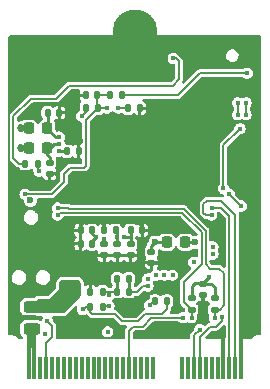
<source format=gbr>
%TF.GenerationSoftware,KiCad,Pcbnew,(7.0.0-rc2-153-g7d6218acb4)*%
%TF.CreationDate,2023-02-19T16:48:29+08:00*%
%TF.ProjectId,RAK3172-M.2-2230-Mod,52414b33-3137-4322-9d4d-2e322d323233,rev?*%
%TF.SameCoordinates,Original*%
%TF.FileFunction,Copper,L4,Bot*%
%TF.FilePolarity,Positive*%
%FSLAX46Y46*%
G04 Gerber Fmt 4.6, Leading zero omitted, Abs format (unit mm)*
G04 Created by KiCad (PCBNEW (7.0.0-rc2-153-g7d6218acb4)) date 2023-02-19 16:48:29*
%MOMM*%
%LPD*%
G01*
G04 APERTURE LIST*
G04 Aperture macros list*
%AMRoundRect*
0 Rectangle with rounded corners*
0 $1 Rounding radius*
0 $2 $3 $4 $5 $6 $7 $8 $9 X,Y pos of 4 corners*
0 Add a 4 corners polygon primitive as box body*
4,1,4,$2,$3,$4,$5,$6,$7,$8,$9,$2,$3,0*
0 Add four circle primitives for the rounded corners*
1,1,$1+$1,$2,$3*
1,1,$1+$1,$4,$5*
1,1,$1+$1,$6,$7*
1,1,$1+$1,$8,$9*
0 Add four rect primitives between the rounded corners*
20,1,$1+$1,$2,$3,$4,$5,0*
20,1,$1+$1,$4,$5,$6,$7,0*
20,1,$1+$1,$6,$7,$8,$9,0*
20,1,$1+$1,$8,$9,$2,$3,0*%
G04 Aperture macros list end*
%TA.AperFunction,SMDPad,CuDef*%
%ADD10RoundRect,0.243750X0.456250X-0.243750X0.456250X0.243750X-0.456250X0.243750X-0.456250X-0.243750X0*%
%TD*%
%TA.AperFunction,SMDPad,CuDef*%
%ADD11R,0.350000X1.950000*%
%TD*%
%TA.AperFunction,ComponentPad*%
%ADD12C,2.600000*%
%TD*%
%TA.AperFunction,ConnectorPad*%
%ADD13C,3.800000*%
%TD*%
%TA.AperFunction,SMDPad,CuDef*%
%ADD14RoundRect,0.140000X0.140000X0.170000X-0.140000X0.170000X-0.140000X-0.170000X0.140000X-0.170000X0*%
%TD*%
%TA.AperFunction,SMDPad,CuDef*%
%ADD15RoundRect,0.140000X-0.140000X-0.170000X0.140000X-0.170000X0.140000X0.170000X-0.140000X0.170000X0*%
%TD*%
%TA.AperFunction,SMDPad,CuDef*%
%ADD16RoundRect,0.135000X-0.185000X0.135000X-0.185000X-0.135000X0.185000X-0.135000X0.185000X0.135000X0*%
%TD*%
%TA.AperFunction,SMDPad,CuDef*%
%ADD17RoundRect,0.135000X0.135000X0.185000X-0.135000X0.185000X-0.135000X-0.185000X0.135000X-0.185000X0*%
%TD*%
%TA.AperFunction,SMDPad,CuDef*%
%ADD18RoundRect,0.140000X-0.170000X0.140000X-0.170000X-0.140000X0.170000X-0.140000X0.170000X0.140000X0*%
%TD*%
%TA.AperFunction,SMDPad,CuDef*%
%ADD19RoundRect,0.218750X0.218750X0.256250X-0.218750X0.256250X-0.218750X-0.256250X0.218750X-0.256250X0*%
%TD*%
%TA.AperFunction,SMDPad,CuDef*%
%ADD20RoundRect,0.135000X-0.135000X-0.185000X0.135000X-0.185000X0.135000X0.185000X-0.135000X0.185000X0*%
%TD*%
%TA.AperFunction,ViaPad*%
%ADD21C,0.450000*%
%TD*%
%TA.AperFunction,ViaPad*%
%ADD22C,0.600000*%
%TD*%
%TA.AperFunction,ViaPad*%
%ADD23C,0.685800*%
%TD*%
%TA.AperFunction,Conductor*%
%ADD24C,0.254000*%
%TD*%
%TA.AperFunction,Conductor*%
%ADD25C,0.349250*%
%TD*%
%TA.AperFunction,Conductor*%
%ADD26C,0.127000*%
%TD*%
%TA.AperFunction,Conductor*%
%ADD27C,0.152400*%
%TD*%
%TA.AperFunction,Conductor*%
%ADD28C,0.141986*%
%TD*%
%TA.AperFunction,Conductor*%
%ADD29C,0.156464*%
%TD*%
G04 APERTURE END LIST*
D10*
%TO.P,F301,1*%
%TO.N,VCC*%
X140200000Y-106112500D03*
%TO.P,F301,2*%
%TO.N,/M.2 E-Key Connector/V_{CC}Fused*%
X140200000Y-104237500D03*
%TD*%
D11*
%TO.P,J301,2,Pin_2*%
%TO.N,GND*%
X157949999Y-109449999D03*
%TO.P,J301,4,Pin_4*%
%TO.N,DFU_FC_TX*%
X157449999Y-109449999D03*
%TO.P,J301,6,Pin_6*%
%TO.N,DFU_FC_RX*%
X156949999Y-109449999D03*
%TO.P,J301,8,Pin_8*%
%TO.N,GND*%
X156449999Y-109449999D03*
%TO.P,J301,10,Pin_10*%
%TO.N,DFU_~{ACTIVE}*%
X155949999Y-109449999D03*
%TO.P,J301,12,Pin_12*%
%TO.N,unconnected-(J301-Pin_12-Pad12)*%
X155449999Y-109449999D03*
%TO.P,J301,14,Pin_14*%
%TO.N,unconnected-(J301-Pin_14-Pad14)*%
X154949999Y-109449999D03*
%TO.P,J301,16,Pin_16*%
%TO.N,RTS*%
X154449999Y-109449999D03*
%TO.P,J301,18,Pin_18*%
%TO.N,CTS*%
X153949999Y-109449999D03*
%TO.P,J301,20,Pin_20*%
%TO.N,unconnected-(J301-Pin_20-Pad20)*%
X153449999Y-109449999D03*
%TO.P,J301,22,Pin_22*%
%TO.N,unconnected-(J301-Pin_22-Pad22)*%
X152949999Y-109449999D03*
%TO.P,J301,32,Pin_32*%
%TO.N,/M.2 E-Key Connector/EEPROM_A2*%
X150449999Y-109449999D03*
%TO.P,J301,34,Pin_34*%
%TO.N,/M.2 E-Key Connector/EEPROM_A1*%
X149949999Y-109449999D03*
%TO.P,J301,36,Pin_36*%
%TO.N,/M.2 E-Key Connector/EEPROM_A0*%
X149449999Y-109449999D03*
%TO.P,J301,38,Pin_38*%
%TO.N,A0*%
X148949999Y-109449999D03*
%TO.P,J301,40,Pin_40*%
%TO.N,/M.2 E-Key Connector/EEPROM_WP*%
X148449999Y-109449999D03*
%TO.P,J301,42,Pin_42*%
%TO.N,unconnected-(J301-Pin_42-Pad42)*%
X147949999Y-109449999D03*
%TO.P,J301,44,Pin_44*%
%TO.N,unconnected-(J301-Pin_44-Pad44)*%
X147449999Y-109449999D03*
%TO.P,J301,46,Pin_46*%
%TO.N,unconnected-(J301-Pin_46-Pad46)*%
X146949999Y-109449999D03*
%TO.P,J301,48,Pin_48*%
%TO.N,unconnected-(J301-Pin_48-Pad48)*%
X146449999Y-109449999D03*
%TO.P,J301,50,Pin_50*%
%TO.N,unconnected-(J301-Pin_50-Pad50)*%
X145949999Y-109449999D03*
%TO.P,J301,52,Pin_52*%
%TO.N,unconnected-(J301-Pin_52-Pad52)*%
X145449999Y-109449999D03*
%TO.P,J301,54,Pin_54*%
%TO.N,unconnected-(J301-Pin_54-Pad54)*%
X144949999Y-109449999D03*
%TO.P,J301,56,Pin_56*%
%TO.N,unconnected-(J301-Pin_56-Pad56)*%
X144449999Y-109449999D03*
%TO.P,J301,58,Pin_58*%
%TO.N,unconnected-(J301-Pin_58-Pad58)*%
X143949999Y-109449999D03*
%TO.P,J301,60,Pin_60*%
%TO.N,unconnected-(J301-Pin_60-Pad60)*%
X143449999Y-109449999D03*
%TO.P,J301,62,Pin_62*%
%TO.N,unconnected-(J301-Pin_62-Pad62)*%
X142949999Y-109449999D03*
%TO.P,J301,64,Pin_64*%
%TO.N,unconnected-(J301-Pin_64-Pad64)*%
X142449999Y-109449999D03*
%TO.P,J301,66,Pin_66*%
%TO.N,DFU_~{BOOT}*%
X141949999Y-109449999D03*
%TO.P,J301,68,Pin_68*%
%TO.N,DFU_~{RST}*%
X141449999Y-109449999D03*
%TO.P,J301,70,Pin_70*%
%TO.N,USB_VIN*%
X140949999Y-109449999D03*
%TO.P,J301,72,Pin_72*%
%TO.N,VCC*%
X140449999Y-109449999D03*
%TO.P,J301,74,Pin_74*%
X139949999Y-109449999D03*
%TD*%
D12*
%TO.P,H301,1,1*%
%TO.N,GND*%
X148950000Y-80975000D03*
D13*
X148950000Y-80975000D03*
%TD*%
D14*
%TO.P,C202,1*%
%TO.N,3.3V*%
X145330000Y-98925000D03*
%TO.P,C202,2*%
%TO.N,GND*%
X144370000Y-98925000D03*
%TD*%
%TO.P,C201,1*%
%TO.N,3.3V*%
X145330000Y-97775000D03*
%TO.P,C201,2*%
%TO.N,GND*%
X144370000Y-97775000D03*
%TD*%
D15*
%TO.P,C206,1*%
%TO.N,/RAK3172/VDDPA*%
X141570000Y-87825000D03*
%TO.P,C206,2*%
%TO.N,GND*%
X142530000Y-87825000D03*
%TD*%
D16*
%TO.P,R302,1*%
%TO.N,3.3V*%
X153750000Y-103465000D03*
%TO.P,R302,2*%
%TO.N,I2C_SCL*%
X153750000Y-104485000D03*
%TD*%
D14*
%TO.P,C401,1*%
%TO.N,3.3V*%
X148430000Y-102975000D03*
%TO.P,C401,2*%
%TO.N,Net-(U401-FB)*%
X147470000Y-102975000D03*
%TD*%
D17*
%TO.P,R403,1*%
%TO.N,+5V*%
X151660000Y-103775000D03*
%TO.P,R403,2*%
%TO.N,PWR_EN*%
X150640000Y-103775000D03*
%TD*%
%TO.P,R202,1*%
%TO.N,DFU_~{RST}*%
X145810000Y-87425000D03*
%TO.P,R202,2*%
%TO.N,3.3V*%
X144790000Y-87425000D03*
%TD*%
D18*
%TO.P,C203,1*%
%TO.N,/RAK3172/VDDRF*%
X141750000Y-92045000D03*
%TO.P,C203,2*%
%TO.N,GND*%
X141750000Y-93005000D03*
%TD*%
D17*
%TO.P,R203,1*%
%TO.N,Net-(SW201-B)*%
X147860000Y-86325000D03*
%TO.P,R203,2*%
%TO.N,DFU_~{RST}*%
X146840000Y-86325000D03*
%TD*%
D18*
%TO.P,C301,1*%
%TO.N,3.3V*%
X154750000Y-102295000D03*
%TO.P,C301,2*%
%TO.N,GND*%
X154750000Y-103255000D03*
%TD*%
D14*
%TO.P,C211,1*%
%TO.N,DFU_~{RST}*%
X145780000Y-86325000D03*
%TO.P,C211,2*%
%TO.N,GND*%
X144820000Y-86325000D03*
%TD*%
D19*
%TO.P,L203,1,1*%
%TO.N,3.3V*%
X153225000Y-98775000D03*
%TO.P,L203,2,2*%
%TO.N,/RAK3172/VDDSMPS*%
X151650000Y-98775000D03*
%TD*%
%TO.P,L202,1,1*%
%TO.N,/RAK3172/VDDPA*%
X141537500Y-89125000D03*
%TO.P,L202,2,2*%
%TO.N,3.3V*%
X139962500Y-89125000D03*
%TD*%
D18*
%TO.P,C204,1*%
%TO.N,3.3V*%
X146350000Y-98945000D03*
%TO.P,C204,2*%
%TO.N,GND*%
X146350000Y-99905000D03*
%TD*%
D16*
%TO.P,R301,1*%
%TO.N,3.3V*%
X155700000Y-103465000D03*
%TO.P,R301,2*%
%TO.N,I2C_SDA*%
X155700000Y-104485000D03*
%TD*%
D19*
%TO.P,L201,1,1*%
%TO.N,/RAK3172/VDDRF*%
X141537500Y-90775000D03*
%TO.P,L201,2,2*%
%TO.N,3.3V*%
X139962500Y-90775000D03*
%TD*%
D20*
%TO.P,R402,1*%
%TO.N,+5V*%
X145190000Y-104225000D03*
%TO.P,R402,2*%
%TO.N,/Power Supply/3.3VPG*%
X146210000Y-104225000D03*
%TD*%
D17*
%TO.P,R401,2*%
%TO.N,Net-(U401-FB)*%
X147440000Y-101875000D03*
%TO.P,R401,1*%
%TO.N,3.3V*%
X148460000Y-101875000D03*
%TD*%
D15*
%TO.P,C205,2*%
%TO.N,GND*%
X144180000Y-91075000D03*
%TO.P,C205,1*%
%TO.N,3.3V*%
X143220000Y-91075000D03*
%TD*%
D18*
%TO.P,C210,1*%
%TO.N,3.3V*%
X148600000Y-98945000D03*
%TO.P,C210,2*%
%TO.N,GND*%
X148600000Y-99905000D03*
%TD*%
D17*
%TO.P,R201,1*%
%TO.N,/RAK3172/PB1*%
X140710000Y-92125000D03*
%TO.P,R201,2*%
%TO.N,Net-(D201-A)*%
X139690000Y-92125000D03*
%TD*%
%TO.P,R404,1*%
%TO.N,Net-(U401-FB)*%
X146210000Y-102975000D03*
%TO.P,R404,2*%
%TO.N,GND*%
X145190000Y-102975000D03*
%TD*%
D20*
%TO.P,R204,2*%
%TO.N,GND*%
X149360000Y-87425000D03*
%TO.P,R204,1*%
%TO.N,/RAK3172/BOOT0*%
X148340000Y-87425000D03*
%TD*%
D15*
%TO.P,C209,1*%
%TO.N,3.3V*%
X148600000Y-97775000D03*
%TO.P,C209,2*%
%TO.N,GND*%
X149560000Y-97775000D03*
%TD*%
D14*
%TO.P,C208,1*%
%TO.N,3.3V*%
X147330000Y-97775000D03*
%TO.P,C208,2*%
%TO.N,GND*%
X146370000Y-97775000D03*
%TD*%
D18*
%TO.P,C212,2*%
%TO.N,GND*%
X150350000Y-100535000D03*
%TO.P,C212,1*%
%TO.N,/RAK3172/VDDSMPS*%
X150350000Y-99575000D03*
%TD*%
%TO.P,C207,1*%
%TO.N,3.3V*%
X147450000Y-98945000D03*
%TO.P,C207,2*%
%TO.N,GND*%
X147450000Y-99905000D03*
%TD*%
D21*
%TO.N,GND*%
X155902670Y-106680949D03*
X138750000Y-86805000D03*
X138680000Y-92735000D03*
X138650000Y-94675000D03*
X138500000Y-99195000D03*
X155700000Y-86475000D03*
X154450000Y-86475000D03*
X151950000Y-87575000D03*
X150350000Y-87575000D03*
X143750000Y-86375000D03*
X141050000Y-102975000D03*
X138950000Y-102975000D03*
X139950000Y-102975000D03*
X151050000Y-96775000D03*
X143350000Y-97475000D03*
X144350000Y-99775000D03*
X145450000Y-99875000D03*
X154450000Y-83375000D03*
X153750000Y-83375000D03*
X155850000Y-89875000D03*
X157996159Y-89931828D03*
X157996159Y-93597655D03*
X158000459Y-94913483D03*
X153250000Y-100875000D03*
X155850000Y-98375000D03*
X155850000Y-97175000D03*
X146650000Y-105575000D03*
X159250000Y-105975000D03*
X158650000Y-106475000D03*
X152550000Y-106675000D03*
X150850000Y-106675000D03*
X149450000Y-106675000D03*
X147950000Y-106675000D03*
X142450000Y-106675000D03*
X144350000Y-106675000D03*
X145050000Y-106675000D03*
X145750000Y-106675000D03*
X145950000Y-100775000D03*
D22*
X138900000Y-106125000D03*
D21*
%TO.N,DFU_~{RST}*%
X141550000Y-105475000D03*
%TO.N,CTS*%
X154450000Y-106175000D03*
%TO.N,RTS*%
X156328379Y-105077016D03*
%TO.N,CTS*%
X155550000Y-99175000D03*
%TO.N,RTS*%
X155550000Y-99775000D03*
%TO.N,F1{slash}~{CS}*%
X157850000Y-89175000D03*
X156450000Y-94225000D03*
%TO.N,TX*%
X156950000Y-94725000D03*
X157950000Y-95725000D03*
%TO.N,3.3V*%
X144456114Y-88112627D03*
%TO.N,SPI_SDI*%
X158350000Y-86975000D03*
%TO.N,SPI_SDO*%
X157650000Y-86975000D03*
X157650000Y-87975000D03*
%TO.N,SPI_SDI*%
X158350000Y-87975000D03*
%TO.N,F1{slash}~{CS}*%
X153950000Y-100475000D03*
%TO.N,PWR_EN*%
X141350000Y-106575000D03*
%TO.N,F1{slash}~{CS}*%
X146650000Y-106375000D03*
%TO.N,DFU_FC_RX*%
X155450000Y-95875000D03*
%TO.N,DFU_FC_TX*%
X155450000Y-96475000D03*
%TO.N,I2C_SCL*%
X142400000Y-96475000D03*
%TO.N,I2C_SDA*%
X142400000Y-95875000D03*
%TO.N,GND*%
X142350000Y-93025000D03*
X141750000Y-93775000D03*
D22*
%TO.N,3.3V*%
X140100000Y-95225000D03*
D21*
%TO.N,GND*%
X144350000Y-90175000D03*
X144300000Y-91925000D03*
%TO.N,DFU_~{RST}*%
X139650000Y-94725000D03*
D23*
%TO.N,3.3V*%
X139350000Y-89125000D03*
X139350000Y-90775000D03*
D21*
%TO.N,Net-(D201-A)*%
X152200000Y-83225000D03*
%TO.N,/RAK3172/PB1*%
X140850000Y-92775000D03*
%TO.N,Net-(SW201-B)*%
X158450000Y-84475000D03*
%TO.N,/RAK3172/BOOT0*%
X147550000Y-87425000D03*
%TO.N,DFU_~{RST}*%
X146600000Y-87425000D03*
%TO.N,/RAK3172/VDDRF*%
X142550000Y-90475000D03*
%TO.N,/RAK3172/VDDPA*%
X142550000Y-89875000D03*
%TO.N,3.3V*%
X142526500Y-91075000D03*
X148050000Y-98375000D03*
X147450000Y-98375000D03*
X146350001Y-98475001D03*
X145650000Y-98375000D03*
D22*
%TO.N,GND*%
X138850000Y-85575000D03*
X142050000Y-85575000D03*
X142150000Y-81975000D03*
X138850000Y-81975000D03*
X142950000Y-82075000D03*
X142750000Y-84975000D03*
X143450000Y-82775000D03*
X144350000Y-82775000D03*
X145250000Y-82775000D03*
X146150000Y-82775000D03*
X147050000Y-82775000D03*
X150250000Y-83175000D03*
X151450000Y-84275000D03*
X151750000Y-84975000D03*
X144550000Y-84675000D03*
X145450000Y-84675000D03*
X146350000Y-84675000D03*
X148550000Y-84575000D03*
X149450000Y-84575000D03*
X150150000Y-84975000D03*
%TO.N,3.3V*%
X154050000Y-98775000D03*
%TO.N,GND*%
X151150000Y-100475000D03*
X151150000Y-99775000D03*
%TO.N,/RAK3172/VDDSMPS*%
X150650000Y-98775000D03*
D21*
%TO.N,/M.2 E-Key Connector/EEPROM_WP*%
X153050000Y-105175000D03*
%TO.N,3.3V*%
X155232578Y-101725000D03*
%TO.N,GND*%
X154750000Y-103575000D03*
%TO.N,I2C_SDA*%
X155700000Y-105175000D03*
%TO.N,I2C_SCL*%
X153750000Y-105175000D03*
D22*
%TO.N,GND*%
X154750000Y-105083466D03*
D21*
%TO.N,3.3V*%
X150050000Y-102475000D03*
X150050000Y-101875000D03*
X151450000Y-101575000D03*
X152150000Y-101575000D03*
X150750000Y-101575000D03*
%TO.N,+5V*%
X144550000Y-104475000D03*
%TO.N,Net-(U401-FB)*%
X146750000Y-103275000D03*
%TO.N,/Power Supply/3.3VPG*%
X146750000Y-104175000D03*
%TO.N,PWR_EN*%
X150190000Y-104125000D03*
D22*
%TO.N,GND*%
X149960746Y-103451906D03*
D21*
X148450652Y-104960000D03*
X148450000Y-103975000D03*
%TO.N,/M.2 E-Key Connector/V_{CC}Fused*%
X143350000Y-103375000D03*
X142550000Y-103775000D03*
X142550000Y-104575000D03*
X141750000Y-104575000D03*
X141750000Y-103775000D03*
D22*
%TO.N,GND*%
X145700000Y-95225000D03*
X149450000Y-89725000D03*
X149450000Y-91475000D03*
X151200000Y-91475000D03*
X148450000Y-91475000D03*
X152200000Y-91475000D03*
X152200000Y-88725000D03*
X151200000Y-94225000D03*
X148450000Y-88725000D03*
X148450000Y-92475000D03*
X146700000Y-92475000D03*
X149450000Y-94225000D03*
X145700000Y-88725000D03*
X152200000Y-95225000D03*
X145700000Y-91475000D03*
X148450000Y-94225000D03*
X152200000Y-94225000D03*
X149450000Y-92475000D03*
X151200000Y-89725000D03*
X149450000Y-95225000D03*
X151200000Y-95225000D03*
X145700000Y-94225000D03*
X149450000Y-88725000D03*
X151200000Y-88725000D03*
X146700000Y-94225000D03*
X152200000Y-92475000D03*
X145700000Y-89725000D03*
X148450000Y-95225000D03*
X146700000Y-89725000D03*
X146700000Y-95225000D03*
X151200000Y-92475000D03*
X152200000Y-89725000D03*
X148450000Y-89725000D03*
X145700000Y-92475000D03*
X146700000Y-88725000D03*
X146700000Y-91475000D03*
%TD*%
D24*
%TO.N,3.3V*%
X155232578Y-101725000D02*
X154750000Y-102207578D01*
X154750000Y-102207578D02*
X154750000Y-102295000D01*
D25*
%TO.N,GND*%
X155908619Y-106675000D02*
X155902670Y-106680949D01*
X156450000Y-106675000D02*
X155908619Y-106675000D01*
D26*
%TO.N,RTS*%
X155320008Y-105939184D02*
X154450000Y-106809192D01*
X155829569Y-105939184D02*
X155320008Y-105939184D01*
X156328379Y-105440374D02*
X155829569Y-105939184D01*
X156328379Y-105077016D02*
X156328379Y-105440374D01*
X154450000Y-106809192D02*
X154450000Y-109450000D01*
%TO.N,3.3V*%
X144790000Y-87778741D02*
X144456114Y-88112627D01*
X144790000Y-87425000D02*
X144790000Y-87778741D01*
D27*
%TO.N,GND*%
X138326200Y-92051200D02*
X138326200Y-87675000D01*
D26*
%TO.N,Net-(D201-A)*%
X152450000Y-83225000D02*
X152200000Y-83225000D01*
X152700000Y-83475000D02*
X152450000Y-83225000D01*
X152700000Y-84975000D02*
X152700000Y-83475000D01*
X152150000Y-85525000D02*
X152700000Y-84975000D01*
X142300000Y-86625000D02*
X143400000Y-85525000D01*
X140150000Y-86625000D02*
X142300000Y-86625000D01*
X138650000Y-88125000D02*
X140150000Y-86625000D01*
X139100000Y-92125000D02*
X138650000Y-91675000D01*
X143400000Y-85525000D02*
X152150000Y-85525000D01*
X139690000Y-92125000D02*
X139100000Y-92125000D01*
X138650000Y-91675000D02*
X138650000Y-88125000D01*
D28*
%TO.N,GND*%
X146200000Y-106905000D02*
X147125000Y-106905000D01*
D26*
%TO.N,Net-(U401-FB)*%
X146750000Y-102975000D02*
X146750000Y-103275000D01*
%TO.N,I2C_SCL*%
X153100000Y-102125000D02*
X153100000Y-103835000D01*
X154600000Y-97925000D02*
X154600000Y-100625000D01*
X152950000Y-96275000D02*
X154600000Y-97925000D01*
X154600000Y-100625000D02*
X153100000Y-102125000D01*
X142600000Y-96275000D02*
X152950000Y-96275000D01*
X153100000Y-103835000D02*
X153750000Y-104485000D01*
X142400000Y-96475000D02*
X142600000Y-96275000D01*
%TO.N,I2C_SDA*%
X156140000Y-104485000D02*
X155700000Y-104485000D01*
X156500000Y-104125000D02*
X156140000Y-104485000D01*
X156500000Y-101425000D02*
X156500000Y-104125000D01*
X156100000Y-101025000D02*
X156500000Y-101425000D01*
X155350000Y-101025000D02*
X156100000Y-101025000D01*
X154950000Y-97825000D02*
X154950000Y-100625000D01*
X143400000Y-95975000D02*
X153100000Y-95975000D01*
X143300000Y-95875000D02*
X143400000Y-95975000D01*
X153100000Y-95975000D02*
X154950000Y-97825000D01*
X154950000Y-100625000D02*
X155350000Y-101025000D01*
X142400000Y-95875000D02*
X143300000Y-95875000D01*
D24*
%TO.N,GND*%
X151090000Y-100535000D02*
X151150000Y-100475000D01*
X150350000Y-100535000D02*
X151090000Y-100535000D01*
D26*
%TO.N,F1{slash}~{CS}*%
X156450000Y-90575000D02*
X157850000Y-89175000D01*
X156450000Y-94225000D02*
X156450000Y-90575000D01*
%TO.N,CTS*%
X153950000Y-109450000D02*
X153950000Y-106675000D01*
X153950000Y-106675000D02*
X154450000Y-106175000D01*
D24*
%TO.N,3.3V*%
X146350000Y-98945000D02*
X146350000Y-98475002D01*
X146350000Y-98475002D02*
X146350001Y-98475001D01*
X145330000Y-97775000D02*
X145330000Y-98055000D01*
X145330000Y-98055000D02*
X145650000Y-98375000D01*
X145330000Y-98695000D02*
X145650000Y-98375000D01*
X145330000Y-98925000D02*
X145330000Y-98695000D01*
%TO.N,GND*%
X150150000Y-97075000D02*
X150550000Y-97475000D01*
X149200000Y-97075000D02*
X150150000Y-97075000D01*
X149200000Y-97075000D02*
X146100000Y-97075000D01*
X149560000Y-97435000D02*
X149200000Y-97075000D01*
X149560000Y-97775000D02*
X149560000Y-97435000D01*
X143600000Y-97075000D02*
X143400000Y-97275000D01*
X144600000Y-97075000D02*
X143600000Y-97075000D01*
X144370000Y-97305000D02*
X144370000Y-97775000D01*
X144600000Y-97075000D02*
X144370000Y-97305000D01*
X146100000Y-97075000D02*
X144600000Y-97075000D01*
X146370000Y-97345000D02*
X146100000Y-97075000D01*
X146370000Y-97775000D02*
X146370000Y-97345000D01*
D26*
%TO.N,DFU_~{RST}*%
X141950000Y-106775000D02*
X141950000Y-105875000D01*
X141450000Y-107275000D02*
X141950000Y-106775000D01*
X141450000Y-109450000D02*
X141450000Y-107275000D01*
X141950000Y-105875000D02*
X141550000Y-105475000D01*
%TO.N,TX*%
X157950000Y-95725000D02*
X156950000Y-94725000D01*
%TO.N,SPI_SDI*%
X158350000Y-86975000D02*
X158350000Y-87975000D01*
%TO.N,SPI_SDO*%
X157650000Y-87975000D02*
X157650000Y-86975000D01*
%TO.N,DFU_FC_TX*%
X154950000Y-96475000D02*
X155450000Y-96475000D01*
X154750000Y-96275000D02*
X154950000Y-96475000D01*
X154750000Y-95575000D02*
X154750000Y-96275000D01*
X155050000Y-95275000D02*
X154750000Y-95575000D01*
X157450000Y-96475000D02*
X156250000Y-95275000D01*
X157450000Y-109450000D02*
X157450000Y-96475000D01*
X156250000Y-95275000D02*
X155050000Y-95275000D01*
%TO.N,DFU_FC_RX*%
X156950000Y-96575000D02*
X156250000Y-95875000D01*
X156950000Y-109450000D02*
X156950000Y-96575000D01*
X156250000Y-95875000D02*
X155450000Y-95875000D01*
D24*
%TO.N,3.3V*%
X148600000Y-97855000D02*
X148550000Y-97805000D01*
X148600000Y-98425000D02*
X148600000Y-97855000D01*
X147450000Y-97895000D02*
X147450000Y-98375000D01*
X147330000Y-97775000D02*
X147450000Y-97895000D01*
D26*
%TO.N,DFU_~{RST}*%
X142950000Y-93725000D02*
X141950000Y-94725000D01*
X142950000Y-92975000D02*
X142950000Y-93725000D01*
X143450000Y-92475000D02*
X142950000Y-92975000D01*
X141950000Y-94725000D02*
X139650000Y-94725000D01*
X144800000Y-92325000D02*
X144650000Y-92475000D01*
X144650000Y-92475000D02*
X143450000Y-92475000D01*
X145810000Y-87425000D02*
X144800000Y-88435000D01*
X144800000Y-88435000D02*
X144800000Y-92325000D01*
D24*
%TO.N,3.3V*%
X143220000Y-91075000D02*
X142526500Y-91075000D01*
%TO.N,/RAK3172/VDDRF*%
X141537500Y-91362500D02*
X141537500Y-90775000D01*
X141750000Y-91575000D02*
X141537500Y-91362500D01*
X141750000Y-92045000D02*
X141750000Y-91575000D01*
%TO.N,/RAK3172/VDDPA*%
X141570000Y-89092500D02*
X141537500Y-89125000D01*
X141570000Y-87825000D02*
X141570000Y-89092500D01*
D26*
%TO.N,/RAK3172/PB1*%
X140710000Y-92125000D02*
X140710000Y-92635000D01*
X140710000Y-92635000D02*
X140850000Y-92775000D01*
D24*
%TO.N,3.3V*%
X139962500Y-89125000D02*
X139350000Y-89125000D01*
X139962500Y-90775000D02*
X139350000Y-90775000D01*
D26*
%TO.N,Net-(SW201-B)*%
X154450000Y-84475000D02*
X158450000Y-84475000D01*
X152600000Y-86325000D02*
X154450000Y-84475000D01*
X147860000Y-86325000D02*
X152600000Y-86325000D01*
%TO.N,DFU_~{RST}*%
X145780000Y-86325000D02*
X146840000Y-86325000D01*
X145780000Y-87395000D02*
X145810000Y-87425000D01*
X145780000Y-86325000D02*
X145780000Y-87395000D01*
X146600000Y-87425000D02*
X145810000Y-87425000D01*
%TO.N,/RAK3172/BOOT0*%
X148340000Y-87425000D02*
X147550000Y-87425000D01*
D24*
%TO.N,3.3V*%
X148550000Y-98375000D02*
X148600000Y-98425000D01*
X148050000Y-98375000D02*
X148550000Y-98375000D01*
X148600000Y-98945000D02*
X148600000Y-98425000D01*
X147450000Y-98945000D02*
X147450000Y-98375000D01*
%TO.N,/RAK3172/VDDPA*%
X142250000Y-89875000D02*
X141537500Y-89162500D01*
X142550000Y-89875000D02*
X142250000Y-89875000D01*
X141537500Y-89162500D02*
X141537500Y-89125000D01*
%TO.N,/RAK3172/VDDRF*%
X142100000Y-90475000D02*
X142550000Y-90475000D01*
X141800000Y-90775000D02*
X142100000Y-90475000D01*
X141537500Y-90775000D02*
X141800000Y-90775000D01*
%TO.N,3.3V*%
X153225000Y-98775000D02*
X154050000Y-98775000D01*
%TO.N,/RAK3172/VDDSMPS*%
X151650000Y-98775000D02*
X150650000Y-98775000D01*
X150350000Y-99075000D02*
X150650000Y-98775000D01*
X150350000Y-99575000D02*
X150350000Y-99075000D01*
D26*
%TO.N,/M.2 E-Key Connector/EEPROM_WP*%
X150350000Y-105175000D02*
X153050000Y-105175000D01*
X148800000Y-105925000D02*
X149600000Y-105925000D01*
X149600000Y-105925000D02*
X150350000Y-105175000D01*
X148450000Y-106275000D02*
X148800000Y-105925000D01*
X148450000Y-109450000D02*
X148450000Y-106275000D01*
D24*
%TO.N,3.3V*%
X155700000Y-102575000D02*
X155420000Y-102295000D01*
X155420000Y-102295000D02*
X154750000Y-102295000D01*
X155700000Y-103465000D02*
X155700000Y-102575000D01*
X154730000Y-102275000D02*
X154750000Y-102295000D01*
X154000000Y-102275000D02*
X154730000Y-102275000D01*
X153750000Y-102525000D02*
X154000000Y-102275000D01*
X153750000Y-103465000D02*
X153750000Y-102525000D01*
%TO.N,GND*%
X154750000Y-103255000D02*
X154750000Y-103575000D01*
D26*
%TO.N,I2C_SDA*%
X155700000Y-104485000D02*
X155700000Y-105175000D01*
%TO.N,I2C_SCL*%
X153750000Y-104485000D02*
X153750000Y-105175000D01*
%TO.N,+5V*%
X145190000Y-104715000D02*
X145190000Y-104225000D01*
X145350000Y-104875000D02*
X145190000Y-104715000D01*
X147850000Y-105475000D02*
X147250000Y-104875000D01*
X149850000Y-104875000D02*
X149250000Y-105475000D01*
X149250000Y-105475000D02*
X147850000Y-105475000D01*
X151660000Y-104465000D02*
X151250000Y-104875000D01*
X151250000Y-104875000D02*
X149850000Y-104875000D01*
X151660000Y-103775000D02*
X151660000Y-104465000D01*
X147250000Y-104875000D02*
X145350000Y-104875000D01*
D29*
%TO.N,3.3V*%
X149650000Y-102475000D02*
X149150000Y-102975000D01*
X149150000Y-102975000D02*
X148430000Y-102975000D01*
X150050000Y-102475000D02*
X149650000Y-102475000D01*
D26*
%TO.N,+5V*%
X144800000Y-104225000D02*
X144550000Y-104475000D01*
X145190000Y-104225000D02*
X144800000Y-104225000D01*
D24*
%TO.N,3.3V*%
X148460000Y-101875000D02*
X148460000Y-102945000D01*
%TO.N,Net-(U401-FB)*%
X147440000Y-102945000D02*
X147470000Y-102975000D01*
%TO.N,3.3V*%
X148460000Y-102945000D02*
X148430000Y-102975000D01*
%TO.N,Net-(U401-FB)*%
X147440000Y-101875000D02*
X147440000Y-102945000D01*
D26*
X146750000Y-102975000D02*
X147470000Y-102975000D01*
X146210000Y-102975000D02*
X146750000Y-102975000D01*
%TO.N,/Power Supply/3.3VPG*%
X146260000Y-104175000D02*
X146210000Y-104225000D01*
X146750000Y-104175000D02*
X146260000Y-104175000D01*
%TO.N,PWR_EN*%
X150540000Y-103775000D02*
X150190000Y-104125000D01*
X150640000Y-103775000D02*
X150540000Y-103775000D01*
D25*
%TO.N,GND*%
X156450000Y-109450000D02*
X156450000Y-106675000D01*
X157950000Y-109450000D02*
X157950000Y-106775000D01*
D24*
%TO.N,VCC*%
X140450000Y-106362500D02*
X140200000Y-106112500D01*
D25*
X140450000Y-109450000D02*
X140450000Y-106362500D01*
D24*
X139950000Y-106362500D02*
X140200000Y-106112500D01*
D25*
X139950000Y-109450000D02*
X139950000Y-106362500D01*
%TD*%
%TA.AperFunction,Conductor*%
%TO.N,GND*%
G36*
X159586500Y-81292381D02*
G01*
X159632619Y-81338500D01*
X159649500Y-81401500D01*
X159649500Y-106548500D01*
X159632619Y-106611500D01*
X159586500Y-106657619D01*
X159523500Y-106674500D01*
X159422595Y-106674500D01*
X159375000Y-106674500D01*
X159296158Y-106674500D01*
X159290100Y-106675705D01*
X159290090Y-106675706D01*
X159147567Y-106704056D01*
X159147559Y-106704058D01*
X159141503Y-106705263D01*
X159135796Y-106707626D01*
X159135789Y-106707629D01*
X159001542Y-106763235D01*
X159001531Y-106763240D01*
X158995821Y-106765606D01*
X158990675Y-106769043D01*
X158990670Y-106769047D01*
X158869857Y-106849772D01*
X158869853Y-106849774D01*
X158864711Y-106853211D01*
X158860337Y-106857584D01*
X158860332Y-106857589D01*
X158779827Y-106938095D01*
X158738950Y-106965409D01*
X158690732Y-106975000D01*
X157894000Y-106975000D01*
X157831000Y-106958119D01*
X157784881Y-106912000D01*
X157768000Y-106849000D01*
X157768000Y-96494392D01*
X157768479Y-96483410D01*
X157769215Y-96475000D01*
X157771677Y-96446857D01*
X157762175Y-96411401D01*
X157759801Y-96400685D01*
X157755346Y-96375415D01*
X157755345Y-96375414D01*
X157753432Y-96364560D01*
X157753432Y-96364558D01*
X157753524Y-96364541D01*
X157748389Y-96308393D01*
X157774851Y-96249838D01*
X157826747Y-96211947D01*
X157881058Y-96205673D01*
X157881058Y-96204500D01*
X158009933Y-96204500D01*
X158018942Y-96204500D01*
X158151240Y-96165654D01*
X158267235Y-96091109D01*
X158357529Y-95986903D01*
X158414808Y-95861480D01*
X158434431Y-95725000D01*
X158414808Y-95588520D01*
X158357529Y-95463097D01*
X158267235Y-95358891D01*
X158259651Y-95354017D01*
X158259650Y-95354016D01*
X158158824Y-95289219D01*
X158158819Y-95289216D01*
X158151240Y-95284346D01*
X158018942Y-95245500D01*
X158009933Y-95245500D01*
X157972410Y-95245500D01*
X157924192Y-95235909D01*
X157883315Y-95208595D01*
X157469913Y-94795193D01*
X157446336Y-94762498D01*
X157434292Y-94724037D01*
X157414808Y-94588520D01*
X157357529Y-94463097D01*
X157267235Y-94358891D01*
X157259651Y-94354017D01*
X157259650Y-94354016D01*
X157158824Y-94289219D01*
X157158819Y-94289216D01*
X157151240Y-94284346D01*
X157018942Y-94245500D01*
X157019221Y-94244547D01*
X156979015Y-94229549D01*
X156941140Y-94191672D01*
X156922424Y-94141490D01*
X156914808Y-94088520D01*
X156857529Y-93963097D01*
X156798774Y-93895289D01*
X156775944Y-93856811D01*
X156768000Y-93812779D01*
X156768000Y-90758910D01*
X156777591Y-90710692D01*
X156804905Y-90669815D01*
X157783315Y-89691405D01*
X157824192Y-89664091D01*
X157872410Y-89654500D01*
X157909933Y-89654500D01*
X157918942Y-89654500D01*
X158051240Y-89615654D01*
X158167235Y-89541109D01*
X158257529Y-89436903D01*
X158314808Y-89311480D01*
X158334431Y-89175000D01*
X158314808Y-89038520D01*
X158257529Y-88913097D01*
X158167235Y-88808891D01*
X158159651Y-88804017D01*
X158159650Y-88804016D01*
X158058824Y-88739219D01*
X158058819Y-88739216D01*
X158051240Y-88734346D01*
X158012231Y-88722892D01*
X157927586Y-88698038D01*
X157927585Y-88698037D01*
X157918942Y-88695500D01*
X157781058Y-88695500D01*
X157781034Y-88695506D01*
X157775139Y-88694873D01*
X157767252Y-88699553D01*
X157657408Y-88731806D01*
X157657403Y-88731808D01*
X157648760Y-88734346D01*
X157641183Y-88739215D01*
X157641175Y-88739219D01*
X157540349Y-88804016D01*
X157540344Y-88804020D01*
X157532765Y-88808891D01*
X157526863Y-88815701D01*
X157526862Y-88815703D01*
X157448372Y-88906286D01*
X157448369Y-88906289D01*
X157442471Y-88913097D01*
X157438728Y-88921291D01*
X157438727Y-88921294D01*
X157388935Y-89030322D01*
X157388933Y-89030327D01*
X157385192Y-89038520D01*
X157383910Y-89047435D01*
X157383908Y-89047443D01*
X157365708Y-89174029D01*
X157353663Y-89212497D01*
X157330086Y-89245192D01*
X156238852Y-90336426D01*
X156230752Y-90343849D01*
X156211084Y-90360353D01*
X156211080Y-90360357D01*
X156202640Y-90367440D01*
X156197131Y-90376980D01*
X156197126Y-90376987D01*
X156184289Y-90399221D01*
X156178396Y-90408471D01*
X156157348Y-90438534D01*
X156154497Y-90449170D01*
X156153159Y-90452040D01*
X156152073Y-90455022D01*
X156146568Y-90464560D01*
X156144655Y-90475404D01*
X156144652Y-90475415D01*
X156140195Y-90500693D01*
X156137818Y-90511418D01*
X156131176Y-90536207D01*
X156131175Y-90536210D01*
X156128323Y-90546857D01*
X156129283Y-90557834D01*
X156129283Y-90557839D01*
X156131521Y-90583410D01*
X156132000Y-90594392D01*
X156132000Y-93812779D01*
X156124056Y-93856811D01*
X156101225Y-93895291D01*
X156048372Y-93956286D01*
X156048369Y-93956289D01*
X156042471Y-93963097D01*
X156038728Y-93971291D01*
X156038727Y-93971294D01*
X155988935Y-94080322D01*
X155988933Y-94080327D01*
X155985192Y-94088520D01*
X155965569Y-94225000D01*
X155985192Y-94361480D01*
X155988934Y-94369674D01*
X155988935Y-94369677D01*
X156038727Y-94478705D01*
X156042471Y-94486903D01*
X156132765Y-94591109D01*
X156140348Y-94595982D01*
X156140349Y-94595983D01*
X156241175Y-94660780D01*
X156241177Y-94660781D01*
X156248760Y-94665654D01*
X156381058Y-94704500D01*
X156380778Y-94705453D01*
X156420976Y-94720444D01*
X156458856Y-94758322D01*
X156477576Y-94808513D01*
X156479913Y-94824767D01*
X156474429Y-94883437D01*
X156442867Y-94933197D01*
X156392130Y-94963164D01*
X156333316Y-94966785D01*
X156324310Y-94965197D01*
X156313579Y-94962818D01*
X156288791Y-94956176D01*
X156288790Y-94956175D01*
X156278143Y-94953323D01*
X156267165Y-94954283D01*
X156267160Y-94954283D01*
X156241590Y-94956521D01*
X156230608Y-94957000D01*
X155069392Y-94957000D01*
X155058410Y-94956521D01*
X155032839Y-94954283D01*
X155032834Y-94954283D01*
X155021857Y-94953323D01*
X155011210Y-94956175D01*
X155011207Y-94956176D01*
X154986418Y-94962818D01*
X154975693Y-94965195D01*
X154950415Y-94969652D01*
X154950404Y-94969655D01*
X154939560Y-94971568D01*
X154930022Y-94977073D01*
X154927040Y-94978159D01*
X154924170Y-94979497D01*
X154913534Y-94982348D01*
X154883471Y-95003396D01*
X154874221Y-95009289D01*
X154851987Y-95022126D01*
X154851980Y-95022131D01*
X154842440Y-95027640D01*
X154835357Y-95036080D01*
X154835353Y-95036084D01*
X154818849Y-95055752D01*
X154811426Y-95063852D01*
X154538852Y-95336426D01*
X154530752Y-95343849D01*
X154511084Y-95360353D01*
X154511080Y-95360357D01*
X154502640Y-95367440D01*
X154497131Y-95376980D01*
X154497126Y-95376987D01*
X154484289Y-95399221D01*
X154478396Y-95408471D01*
X154457348Y-95438534D01*
X154454497Y-95449170D01*
X154453159Y-95452040D01*
X154452073Y-95455022D01*
X154446568Y-95464560D01*
X154444655Y-95475404D01*
X154444652Y-95475415D01*
X154440195Y-95500693D01*
X154437818Y-95511418D01*
X154431176Y-95536207D01*
X154431175Y-95536210D01*
X154428323Y-95546857D01*
X154429283Y-95557834D01*
X154429283Y-95557839D01*
X154431521Y-95583410D01*
X154432000Y-95594392D01*
X154432000Y-96255608D01*
X154431521Y-96266590D01*
X154429283Y-96292160D01*
X154429283Y-96292165D01*
X154428323Y-96303143D01*
X154431175Y-96313790D01*
X154431176Y-96313791D01*
X154437818Y-96338579D01*
X154440197Y-96349309D01*
X154446568Y-96385440D01*
X154452076Y-96394982D01*
X154453163Y-96397967D01*
X154454496Y-96400826D01*
X154457348Y-96411466D01*
X154478404Y-96441538D01*
X154484293Y-96450784D01*
X154502640Y-96482560D01*
X154511086Y-96489647D01*
X154530745Y-96506143D01*
X154538849Y-96513569D01*
X154711424Y-96686144D01*
X154718850Y-96694247D01*
X154735354Y-96713916D01*
X154735355Y-96713917D01*
X154742440Y-96722360D01*
X154767629Y-96736903D01*
X154774214Y-96740705D01*
X154783482Y-96746610D01*
X154813534Y-96767652D01*
X154824179Y-96770504D01*
X154827035Y-96771836D01*
X154830011Y-96772919D01*
X154839560Y-96778432D01*
X154875689Y-96784802D01*
X154886401Y-96787175D01*
X154921857Y-96796677D01*
X154958415Y-96793478D01*
X154969394Y-96793000D01*
X155033536Y-96793000D01*
X155085879Y-96804387D01*
X155119224Y-96829349D01*
X155120051Y-96828395D01*
X155126862Y-96834297D01*
X155132765Y-96841109D01*
X155140348Y-96845982D01*
X155140349Y-96845983D01*
X155241175Y-96910780D01*
X155241177Y-96910781D01*
X155248760Y-96915654D01*
X155381058Y-96954500D01*
X155509933Y-96954500D01*
X155518942Y-96954500D01*
X155651240Y-96915654D01*
X155767235Y-96841109D01*
X155857529Y-96736903D01*
X155914808Y-96611480D01*
X155934431Y-96475000D01*
X155914808Y-96338520D01*
X155917284Y-96338163D01*
X155915064Y-96296613D01*
X155938197Y-96243483D01*
X155982664Y-96206325D01*
X156039059Y-96193000D01*
X156066089Y-96193000D01*
X156114307Y-96202591D01*
X156155184Y-96229904D01*
X156595095Y-96669814D01*
X156622409Y-96710692D01*
X156632000Y-96758910D01*
X156632000Y-100803089D01*
X156618267Y-100860292D01*
X156580061Y-100905025D01*
X156525711Y-100927538D01*
X156467064Y-100922922D01*
X156416905Y-100892184D01*
X156338563Y-100813842D01*
X156331149Y-100805752D01*
X156307560Y-100777640D01*
X156275784Y-100759293D01*
X156266538Y-100753404D01*
X156236466Y-100732348D01*
X156225826Y-100729496D01*
X156222967Y-100728163D01*
X156219982Y-100727076D01*
X156210440Y-100721568D01*
X156199586Y-100719654D01*
X156174309Y-100715197D01*
X156163579Y-100712818D01*
X156138791Y-100706176D01*
X156138790Y-100706175D01*
X156128143Y-100703323D01*
X156117165Y-100704283D01*
X156117160Y-100704283D01*
X156091590Y-100706521D01*
X156080608Y-100707000D01*
X155533910Y-100707000D01*
X155485692Y-100697409D01*
X155444814Y-100670095D01*
X155304904Y-100530184D01*
X155277591Y-100489307D01*
X155268000Y-100441089D01*
X155268000Y-100360257D01*
X155281328Y-100303857D01*
X155318491Y-100259389D01*
X155371628Y-100236259D01*
X155429497Y-100239361D01*
X155470714Y-100251462D01*
X155481058Y-100254500D01*
X155609933Y-100254500D01*
X155618942Y-100254500D01*
X155751240Y-100215654D01*
X155867235Y-100141109D01*
X155957529Y-100036903D01*
X156014808Y-99911480D01*
X156034431Y-99775000D01*
X156014808Y-99638520D01*
X156006027Y-99619293D01*
X155964035Y-99527343D01*
X155952648Y-99475000D01*
X155964035Y-99422657D01*
X155994593Y-99355745D01*
X156014808Y-99311480D01*
X156034431Y-99175000D01*
X156014808Y-99038520D01*
X155957529Y-98913097D01*
X155867235Y-98808891D01*
X155859651Y-98804017D01*
X155859650Y-98804016D01*
X155758824Y-98739219D01*
X155758819Y-98739216D01*
X155751240Y-98734346D01*
X155732849Y-98728946D01*
X155627586Y-98698038D01*
X155627585Y-98698037D01*
X155618942Y-98695500D01*
X155481058Y-98695500D01*
X155472417Y-98698037D01*
X155472411Y-98698038D01*
X155429497Y-98710639D01*
X155371628Y-98713741D01*
X155318491Y-98690611D01*
X155281328Y-98646143D01*
X155268000Y-98589743D01*
X155268000Y-97844392D01*
X155268479Y-97833410D01*
X155271677Y-97796857D01*
X155262175Y-97761401D01*
X155259801Y-97750685D01*
X155255346Y-97725418D01*
X155253432Y-97714560D01*
X155247919Y-97705011D01*
X155246836Y-97702035D01*
X155245504Y-97699179D01*
X155242652Y-97688534D01*
X155221610Y-97658482D01*
X155215705Y-97649214D01*
X155212979Y-97644493D01*
X155197360Y-97617440D01*
X155188917Y-97610355D01*
X155188916Y-97610354D01*
X155169247Y-97593850D01*
X155161144Y-97586424D01*
X153338569Y-95763849D01*
X153331143Y-95755745D01*
X153314647Y-95736086D01*
X153307560Y-95727640D01*
X153275784Y-95709293D01*
X153266538Y-95703404D01*
X153236466Y-95682348D01*
X153225826Y-95679496D01*
X153222967Y-95678163D01*
X153219982Y-95677076D01*
X153210440Y-95671568D01*
X153199586Y-95669654D01*
X153174309Y-95665197D01*
X153163579Y-95662818D01*
X153138791Y-95656176D01*
X153138790Y-95656175D01*
X153128143Y-95653323D01*
X153117165Y-95654283D01*
X153117160Y-95654283D01*
X153091590Y-95656521D01*
X153080608Y-95657000D01*
X143585432Y-95657000D01*
X143542338Y-95649401D01*
X143510297Y-95630902D01*
X143507560Y-95627640D01*
X143475784Y-95609293D01*
X143466538Y-95603404D01*
X143436466Y-95582348D01*
X143425826Y-95579496D01*
X143422967Y-95578163D01*
X143419982Y-95577076D01*
X143410440Y-95571568D01*
X143399586Y-95569654D01*
X143374309Y-95565197D01*
X143363579Y-95562818D01*
X143338791Y-95556176D01*
X143338790Y-95556175D01*
X143328143Y-95553323D01*
X143317165Y-95554283D01*
X143317160Y-95554283D01*
X143291590Y-95556521D01*
X143280608Y-95557000D01*
X142816464Y-95557000D01*
X142764121Y-95545613D01*
X142730775Y-95520650D01*
X142729949Y-95521605D01*
X142723137Y-95515702D01*
X142717235Y-95508891D01*
X142709651Y-95504017D01*
X142709650Y-95504016D01*
X142608824Y-95439219D01*
X142608819Y-95439216D01*
X142601240Y-95434346D01*
X142468942Y-95395500D01*
X142331058Y-95395500D01*
X142322415Y-95398037D01*
X142322413Y-95398038D01*
X142207409Y-95431806D01*
X142207406Y-95431807D01*
X142198760Y-95434346D01*
X142191183Y-95439215D01*
X142191175Y-95439219D01*
X142090349Y-95504016D01*
X142090344Y-95504020D01*
X142082765Y-95508891D01*
X142076863Y-95515701D01*
X142076862Y-95515703D01*
X141998372Y-95606286D01*
X141998369Y-95606289D01*
X141992471Y-95613097D01*
X141988728Y-95621291D01*
X141988727Y-95621294D01*
X141938935Y-95730322D01*
X141938933Y-95730327D01*
X141935192Y-95738520D01*
X141933909Y-95747440D01*
X141933909Y-95747442D01*
X141931806Y-95762067D01*
X141915569Y-95875000D01*
X141935192Y-96011480D01*
X141938934Y-96019674D01*
X141938935Y-96019677D01*
X141985965Y-96122657D01*
X141997351Y-96174999D01*
X141985965Y-96227341D01*
X141938935Y-96330321D01*
X141938932Y-96330329D01*
X141935192Y-96338520D01*
X141933909Y-96347440D01*
X141933909Y-96347442D01*
X141924767Y-96411027D01*
X141915569Y-96475000D01*
X141935192Y-96611480D01*
X141938934Y-96619674D01*
X141938935Y-96619677D01*
X141978686Y-96706719D01*
X141992471Y-96736903D01*
X142082765Y-96841109D01*
X142090348Y-96845982D01*
X142090349Y-96845983D01*
X142191175Y-96910780D01*
X142191177Y-96910781D01*
X142198760Y-96915654D01*
X142331058Y-96954500D01*
X142459933Y-96954500D01*
X142468942Y-96954500D01*
X142601240Y-96915654D01*
X142717235Y-96841109D01*
X142807529Y-96736903D01*
X142839609Y-96666656D01*
X142886102Y-96613002D01*
X142954223Y-96593000D01*
X152766090Y-96593000D01*
X152814308Y-96602591D01*
X152855185Y-96629905D01*
X154237808Y-98012528D01*
X154269524Y-98065837D01*
X154271960Y-98127819D01*
X154244525Y-98183453D01*
X154193868Y-98219254D01*
X154132268Y-98226545D01*
X154058190Y-98216793D01*
X154058188Y-98216793D01*
X154050000Y-98215715D01*
X153905246Y-98234772D01*
X153905018Y-98233042D01*
X153869681Y-98235281D01*
X153822769Y-98219039D01*
X153794295Y-98193562D01*
X153793602Y-98194256D01*
X153787230Y-98187884D01*
X153781830Y-98180670D01*
X153672887Y-98099117D01*
X153664446Y-98095968D01*
X153664445Y-98095968D01*
X153563915Y-98058472D01*
X153545381Y-98051559D01*
X153537542Y-98050716D01*
X153537537Y-98050715D01*
X153492372Y-98045860D01*
X153492369Y-98045859D01*
X153489022Y-98045500D01*
X152960978Y-98045500D01*
X152957631Y-98045859D01*
X152957627Y-98045860D01*
X152912462Y-98050715D01*
X152912455Y-98050716D01*
X152904619Y-98051559D01*
X152897227Y-98054315D01*
X152897227Y-98054316D01*
X152785554Y-98095968D01*
X152785550Y-98095969D01*
X152777113Y-98099117D01*
X152769907Y-98104511D01*
X152769902Y-98104514D01*
X152675377Y-98175274D01*
X152675373Y-98175277D01*
X152668170Y-98180670D01*
X152662777Y-98187873D01*
X152662774Y-98187877D01*
X152592014Y-98282402D01*
X152592011Y-98282407D01*
X152586617Y-98289613D01*
X152583468Y-98298053D01*
X152583468Y-98298055D01*
X152555555Y-98372892D01*
X152521363Y-98422896D01*
X152467788Y-98451165D01*
X152407212Y-98451165D01*
X152353637Y-98422896D01*
X152319445Y-98372892D01*
X152306923Y-98339320D01*
X152288383Y-98289613D01*
X152206830Y-98180670D01*
X152097887Y-98099117D01*
X152089446Y-98095968D01*
X152089445Y-98095968D01*
X151988915Y-98058472D01*
X151970381Y-98051559D01*
X151962542Y-98050716D01*
X151962537Y-98050715D01*
X151917372Y-98045860D01*
X151917369Y-98045859D01*
X151914022Y-98045500D01*
X151385978Y-98045500D01*
X151382631Y-98045859D01*
X151382627Y-98045860D01*
X151337462Y-98050715D01*
X151337455Y-98050716D01*
X151329619Y-98051559D01*
X151322227Y-98054315D01*
X151322227Y-98054316D01*
X151210554Y-98095968D01*
X151210550Y-98095969D01*
X151202113Y-98099117D01*
X151194907Y-98104511D01*
X151194902Y-98104514D01*
X151100377Y-98175274D01*
X151100373Y-98175277D01*
X151093170Y-98180670D01*
X151087777Y-98187873D01*
X151087773Y-98187878D01*
X151050281Y-98237962D01*
X151008478Y-98273750D01*
X150955408Y-98288309D01*
X150901195Y-98278861D01*
X150802383Y-98237932D01*
X150802382Y-98237931D01*
X150794754Y-98234772D01*
X150786571Y-98233694D01*
X150786565Y-98233693D01*
X150658188Y-98216793D01*
X150650000Y-98215715D01*
X150641812Y-98216793D01*
X150513431Y-98233694D01*
X150513427Y-98233694D01*
X150505246Y-98234772D01*
X150497627Y-98237927D01*
X150497619Y-98237930D01*
X150377986Y-98287485D01*
X150377983Y-98287486D01*
X150370358Y-98290645D01*
X150363810Y-98295668D01*
X150363807Y-98295671D01*
X150261071Y-98374503D01*
X150261067Y-98374506D01*
X150254526Y-98379526D01*
X150249506Y-98386067D01*
X150249503Y-98386071D01*
X150170671Y-98488807D01*
X150170668Y-98488810D01*
X150165645Y-98495358D01*
X150162486Y-98502983D01*
X150162485Y-98502986D01*
X150112930Y-98622619D01*
X150112927Y-98622627D01*
X150109772Y-98630246D01*
X150108694Y-98638429D01*
X150108694Y-98638432D01*
X150093290Y-98755438D01*
X150083582Y-98789998D01*
X150064523Y-98820418D01*
X150061561Y-98823914D01*
X150057886Y-98827591D01*
X150054864Y-98831822D01*
X150054860Y-98831828D01*
X150045608Y-98844785D01*
X150042504Y-98848948D01*
X150016252Y-98882678D01*
X150016249Y-98882681D01*
X150009842Y-98890915D01*
X150007218Y-98898555D01*
X150002525Y-98905130D01*
X149999549Y-98915123D01*
X149999546Y-98915131D01*
X149987349Y-98956100D01*
X149985762Y-98961054D01*
X149971889Y-99001465D01*
X149971888Y-99001469D01*
X149968500Y-99011339D01*
X149968500Y-99019417D01*
X149966195Y-99027159D01*
X149966626Y-99037591D01*
X149965335Y-99047952D01*
X149964001Y-99047785D01*
X149957928Y-99084161D01*
X149929646Y-99127447D01*
X149856865Y-99200229D01*
X149852366Y-99209057D01*
X149852364Y-99209061D01*
X149804632Y-99302739D01*
X149804629Y-99302745D01*
X149800132Y-99311573D01*
X149798581Y-99321362D01*
X149798581Y-99321364D01*
X149786274Y-99399064D01*
X149786273Y-99399072D01*
X149785500Y-99403955D01*
X149785500Y-99408906D01*
X149785500Y-99408907D01*
X149785500Y-99741089D01*
X149785500Y-99741101D01*
X149785501Y-99746044D01*
X149786274Y-99750925D01*
X149786275Y-99750937D01*
X149798580Y-99828629D01*
X149800132Y-99838427D01*
X149804635Y-99847264D01*
X149837354Y-99911480D01*
X149856865Y-99949771D01*
X149863876Y-99956782D01*
X149873352Y-99966258D01*
X149905964Y-100022742D01*
X149905964Y-100087964D01*
X149873352Y-100144448D01*
X149864285Y-100153514D01*
X149852773Y-100169358D01*
X149805113Y-100262896D01*
X149799062Y-100281521D01*
X149786774Y-100359102D01*
X149786000Y-100368946D01*
X149786000Y-100391410D01*
X149789506Y-100404493D01*
X149802590Y-100408000D01*
X150897409Y-100408000D01*
X150910492Y-100404493D01*
X150913999Y-100391410D01*
X150913999Y-100368949D01*
X150913224Y-100359100D01*
X150900938Y-100281527D01*
X150894883Y-100262892D01*
X150847226Y-100169358D01*
X150835714Y-100153514D01*
X150826648Y-100144448D01*
X150794036Y-100087964D01*
X150794036Y-100022742D01*
X150826648Y-99966258D01*
X150826648Y-99966257D01*
X150843135Y-99949771D01*
X150899868Y-99838427D01*
X150914500Y-99746045D01*
X150914499Y-99487294D01*
X150933302Y-99421077D01*
X150984099Y-99374623D01*
X151051729Y-99361796D01*
X151116008Y-99386427D01*
X151194898Y-99445483D01*
X151194903Y-99445485D01*
X151202113Y-99450883D01*
X151329619Y-99498441D01*
X151385978Y-99504500D01*
X151910653Y-99504500D01*
X151914022Y-99504500D01*
X151970381Y-99498441D01*
X152097887Y-99450883D01*
X152206830Y-99369330D01*
X152288383Y-99260387D01*
X152319446Y-99177102D01*
X152353636Y-99127103D01*
X152407212Y-99098835D01*
X152467788Y-99098835D01*
X152521364Y-99127103D01*
X152555553Y-99177102D01*
X152586617Y-99260387D01*
X152592013Y-99267595D01*
X152592014Y-99267597D01*
X152624864Y-99311480D01*
X152668170Y-99369330D01*
X152675377Y-99374725D01*
X152757438Y-99436155D01*
X152777113Y-99450883D01*
X152904619Y-99498441D01*
X152960978Y-99504500D01*
X153485653Y-99504500D01*
X153489022Y-99504500D01*
X153545381Y-99498441D01*
X153672887Y-99450883D01*
X153781830Y-99369330D01*
X153787233Y-99362111D01*
X153793600Y-99355745D01*
X153794294Y-99356439D01*
X153822770Y-99330959D01*
X153869701Y-99314715D01*
X153905017Y-99316961D01*
X153905246Y-99315228D01*
X154050000Y-99334285D01*
X154139554Y-99322495D01*
X154209250Y-99333222D01*
X154262267Y-99379717D01*
X154282000Y-99447417D01*
X154282000Y-99904425D01*
X154268672Y-99960825D01*
X154231509Y-100005293D01*
X154178371Y-100028423D01*
X154120504Y-100025321D01*
X154065408Y-100009143D01*
X154027584Y-99998037D01*
X154027580Y-99998036D01*
X154018942Y-99995500D01*
X153881058Y-99995500D01*
X153872415Y-99998037D01*
X153872413Y-99998038D01*
X153757409Y-100031806D01*
X153757406Y-100031807D01*
X153748760Y-100034346D01*
X153741183Y-100039215D01*
X153741175Y-100039219D01*
X153640349Y-100104016D01*
X153640344Y-100104020D01*
X153632765Y-100108891D01*
X153626863Y-100115701D01*
X153626862Y-100115703D01*
X153548372Y-100206286D01*
X153548369Y-100206289D01*
X153542471Y-100213097D01*
X153538728Y-100221291D01*
X153538727Y-100221294D01*
X153488935Y-100330322D01*
X153488933Y-100330327D01*
X153485192Y-100338520D01*
X153483909Y-100347440D01*
X153483909Y-100347442D01*
X153475706Y-100404493D01*
X153465569Y-100475000D01*
X153485192Y-100611480D01*
X153488934Y-100619674D01*
X153488935Y-100619677D01*
X153538711Y-100728670D01*
X153542471Y-100736903D01*
X153632765Y-100841109D01*
X153640348Y-100845982D01*
X153640349Y-100845983D01*
X153684715Y-100874495D01*
X153723792Y-100914275D01*
X153741873Y-100967024D01*
X153735418Y-101022411D01*
X153705690Y-101069588D01*
X152888852Y-101886426D01*
X152880752Y-101893849D01*
X152861084Y-101910353D01*
X152861080Y-101910357D01*
X152852640Y-101917440D01*
X152847131Y-101926980D01*
X152847126Y-101926987D01*
X152834289Y-101949221D01*
X152828396Y-101958471D01*
X152807348Y-101988534D01*
X152804497Y-101999170D01*
X152803159Y-102002040D01*
X152802073Y-102005022D01*
X152796568Y-102014560D01*
X152794655Y-102025404D01*
X152794652Y-102025415D01*
X152790195Y-102050693D01*
X152787818Y-102061418D01*
X152781176Y-102086207D01*
X152781175Y-102086210D01*
X152778323Y-102096857D01*
X152779283Y-102107834D01*
X152779283Y-102107839D01*
X152781521Y-102133410D01*
X152782000Y-102144392D01*
X152782000Y-103815608D01*
X152781521Y-103826590D01*
X152779283Y-103852160D01*
X152779283Y-103852165D01*
X152778323Y-103863143D01*
X152781175Y-103873790D01*
X152781176Y-103873791D01*
X152787818Y-103898579D01*
X152790197Y-103909309D01*
X152793695Y-103929150D01*
X152796568Y-103945440D01*
X152802076Y-103954982D01*
X152803163Y-103957967D01*
X152804496Y-103960826D01*
X152807348Y-103971466D01*
X152828404Y-104001538D01*
X152834293Y-104010784D01*
X152852640Y-104042560D01*
X152861086Y-104049647D01*
X152880745Y-104066143D01*
X152888849Y-104073569D01*
X153138595Y-104323315D01*
X153165909Y-104364192D01*
X153175500Y-104412409D01*
X153175500Y-104503788D01*
X153175501Y-104569499D01*
X153158620Y-104632500D01*
X153112501Y-104678619D01*
X153049501Y-104695500D01*
X152981058Y-104695500D01*
X152972415Y-104698037D01*
X152972413Y-104698038D01*
X152857409Y-104731806D01*
X152857406Y-104731807D01*
X152848760Y-104734346D01*
X152841183Y-104739215D01*
X152841175Y-104739219D01*
X152740349Y-104804016D01*
X152740344Y-104804020D01*
X152732765Y-104808891D01*
X152726863Y-104815701D01*
X152720051Y-104821605D01*
X152719224Y-104820650D01*
X152685879Y-104845613D01*
X152633536Y-104857000D01*
X152019112Y-104857000D01*
X151956113Y-104840120D01*
X151909993Y-104794001D01*
X151893112Y-104731002D01*
X151909992Y-104668002D01*
X151925701Y-104640792D01*
X151931609Y-104631518D01*
X151952652Y-104601466D01*
X151955508Y-104590804D01*
X151956838Y-104587953D01*
X151957914Y-104584996D01*
X151963432Y-104575440D01*
X151969805Y-104539289D01*
X151972178Y-104528589D01*
X151981677Y-104493143D01*
X151978478Y-104456584D01*
X151978000Y-104445606D01*
X151978000Y-104376775D01*
X151991732Y-104319574D01*
X152026005Y-104279442D01*
X152026796Y-104279040D01*
X152114040Y-104191796D01*
X152170054Y-104081862D01*
X152184500Y-103990653D01*
X152184499Y-103559348D01*
X152170054Y-103468138D01*
X152114040Y-103358204D01*
X152026796Y-103270960D01*
X152017964Y-103266460D01*
X152017963Y-103266459D01*
X151925695Y-103219446D01*
X151925691Y-103219444D01*
X151916862Y-103214946D01*
X151907070Y-103213395D01*
X151830543Y-103201274D01*
X151830536Y-103201273D01*
X151825653Y-103200500D01*
X151820700Y-103200500D01*
X151499302Y-103200500D01*
X151499289Y-103200500D01*
X151494348Y-103200501D01*
X151489454Y-103201275D01*
X151489454Y-103201276D01*
X151412935Y-103213394D01*
X151412932Y-103213394D01*
X151403138Y-103214946D01*
X151394300Y-103219448D01*
X151394300Y-103219449D01*
X151302036Y-103266459D01*
X151302031Y-103266461D01*
X151293204Y-103270960D01*
X151286195Y-103277968D01*
X151286192Y-103277971D01*
X151239095Y-103325069D01*
X151182611Y-103357681D01*
X151117389Y-103357681D01*
X151060905Y-103325069D01*
X151013807Y-103277971D01*
X151013807Y-103277970D01*
X151006796Y-103270960D01*
X150997964Y-103266460D01*
X150997963Y-103266459D01*
X150905695Y-103219446D01*
X150905691Y-103219444D01*
X150896862Y-103214946D01*
X150887070Y-103213395D01*
X150810543Y-103201274D01*
X150810536Y-103201273D01*
X150805653Y-103200500D01*
X150800700Y-103200500D01*
X150479302Y-103200500D01*
X150479289Y-103200500D01*
X150474348Y-103200501D01*
X150469454Y-103201275D01*
X150469454Y-103201276D01*
X150392935Y-103213394D01*
X150392932Y-103213394D01*
X150383138Y-103214946D01*
X150374300Y-103219448D01*
X150374300Y-103219449D01*
X150282036Y-103266459D01*
X150282031Y-103266461D01*
X150273204Y-103270960D01*
X150266195Y-103277968D01*
X150266192Y-103277971D01*
X150192971Y-103351192D01*
X150192968Y-103351195D01*
X150185960Y-103358204D01*
X150181461Y-103367031D01*
X150181459Y-103367036D01*
X150134446Y-103459304D01*
X150134444Y-103459310D01*
X150129946Y-103468138D01*
X150128395Y-103477927D01*
X150128395Y-103477929D01*
X150118643Y-103539500D01*
X150115500Y-103559347D01*
X150115500Y-103563021D01*
X150101742Y-103610925D01*
X150070018Y-103650006D01*
X150025527Y-103673549D01*
X149997410Y-103681805D01*
X149997403Y-103681808D01*
X149988760Y-103684346D01*
X149981178Y-103689218D01*
X149981177Y-103689219D01*
X149880349Y-103754016D01*
X149880344Y-103754020D01*
X149872765Y-103758891D01*
X149866863Y-103765701D01*
X149866862Y-103765703D01*
X149788372Y-103856286D01*
X149788369Y-103856289D01*
X149782471Y-103863097D01*
X149778728Y-103871291D01*
X149778727Y-103871294D01*
X149728935Y-103980322D01*
X149728933Y-103980327D01*
X149725192Y-103988520D01*
X149723909Y-103997440D01*
X149723909Y-103997442D01*
X149723322Y-104001524D01*
X149705569Y-104125000D01*
X149725192Y-104261480D01*
X149728934Y-104269674D01*
X149728935Y-104269677D01*
X149753882Y-104324302D01*
X149782471Y-104386903D01*
X149787708Y-104392947D01*
X149806859Y-104447731D01*
X149799052Y-104505860D01*
X149765776Y-104554157D01*
X149738144Y-104569170D01*
X149739536Y-104571582D01*
X149737496Y-104572759D01*
X149734036Y-104574559D01*
X149734108Y-104574714D01*
X149732766Y-104575489D01*
X149732028Y-104575834D01*
X149729866Y-104576729D01*
X149727784Y-104577813D01*
X149724174Y-104579496D01*
X149713534Y-104582348D01*
X149683474Y-104603395D01*
X149674221Y-104609289D01*
X149651987Y-104622126D01*
X149651980Y-104622131D01*
X149642440Y-104627640D01*
X149635357Y-104636080D01*
X149635353Y-104636084D01*
X149618854Y-104655746D01*
X149611432Y-104663846D01*
X149155185Y-105120095D01*
X149114307Y-105147409D01*
X149066089Y-105157000D01*
X148033910Y-105157000D01*
X147985692Y-105147409D01*
X147944815Y-105120095D01*
X147488569Y-104663849D01*
X147481143Y-104655745D01*
X147464647Y-104636086D01*
X147464645Y-104636084D01*
X147457560Y-104627640D01*
X147425784Y-104609293D01*
X147416538Y-104603404D01*
X147386466Y-104582348D01*
X147375826Y-104579496D01*
X147372967Y-104578163D01*
X147369982Y-104577076D01*
X147360440Y-104571568D01*
X147349586Y-104569654D01*
X147324309Y-104565197D01*
X147313579Y-104562818D01*
X147288786Y-104556174D01*
X147288781Y-104556173D01*
X147285789Y-104555371D01*
X147285784Y-104555370D01*
X147278143Y-104553323D01*
X147278275Y-104552829D01*
X147231438Y-104536979D01*
X147190062Y-104494009D01*
X147173088Y-104436822D01*
X147184319Y-104378240D01*
X147214808Y-104311480D01*
X147234431Y-104175000D01*
X147214808Y-104038520D01*
X147157529Y-103913097D01*
X147067235Y-103808891D01*
X147067234Y-103808891D01*
X147068836Y-103807503D01*
X147046259Y-103777352D01*
X147034868Y-103725000D01*
X147046259Y-103672648D01*
X147068836Y-103642496D01*
X147067235Y-103641109D01*
X147102856Y-103600000D01*
X147126795Y-103572372D01*
X147178830Y-103536518D01*
X147241728Y-103530436D01*
X147298955Y-103539500D01*
X147641044Y-103539499D01*
X147733427Y-103524868D01*
X147844771Y-103468135D01*
X147860905Y-103452001D01*
X147917389Y-103419389D01*
X147982611Y-103419389D01*
X148039095Y-103452001D01*
X148055229Y-103468135D01*
X148076631Y-103479040D01*
X148147602Y-103515202D01*
X148166573Y-103524868D01*
X148258955Y-103539500D01*
X148601044Y-103539499D01*
X148693427Y-103524868D01*
X148804771Y-103468135D01*
X148893135Y-103379771D01*
X148897636Y-103370937D01*
X148903468Y-103362911D01*
X148905805Y-103364609D01*
X148941221Y-103326298D01*
X149007054Y-103307732D01*
X149129969Y-103307732D01*
X149140950Y-103308210D01*
X149179447Y-103311579D01*
X149216780Y-103301575D01*
X149227504Y-103299198D01*
X149265557Y-103292489D01*
X149275114Y-103286969D01*
X149278688Y-103285669D01*
X149282127Y-103284065D01*
X149292787Y-103281210D01*
X149324452Y-103259036D01*
X149333692Y-103253150D01*
X149367175Y-103233820D01*
X149392022Y-103204206D01*
X149399437Y-103196115D01*
X149674166Y-102921386D01*
X149722048Y-102891413D01*
X149778216Y-102885374D01*
X149831378Y-102904484D01*
X149841177Y-102910781D01*
X149841178Y-102910781D01*
X149848760Y-102915654D01*
X149981058Y-102954500D01*
X150109933Y-102954500D01*
X150118942Y-102954500D01*
X150251240Y-102915654D01*
X150367235Y-102841109D01*
X150457529Y-102736903D01*
X150514808Y-102611480D01*
X150534431Y-102475000D01*
X150514808Y-102338520D01*
X150505446Y-102318021D01*
X150464035Y-102227343D01*
X150452648Y-102175001D01*
X150464034Y-102122659D01*
X150470802Y-102107839D01*
X150471786Y-102105683D01*
X150508511Y-102058983D01*
X150562554Y-102034302D01*
X150621897Y-102037128D01*
X150681058Y-102054500D01*
X150809933Y-102054500D01*
X150818942Y-102054500D01*
X150951240Y-102015654D01*
X151031881Y-101963829D01*
X151100000Y-101943828D01*
X151168118Y-101963829D01*
X151248760Y-102015654D01*
X151381058Y-102054500D01*
X151509933Y-102054500D01*
X151518942Y-102054500D01*
X151651240Y-102015654D01*
X151731881Y-101963829D01*
X151800000Y-101943828D01*
X151868118Y-101963829D01*
X151948760Y-102015654D01*
X152081058Y-102054500D01*
X152209933Y-102054500D01*
X152218942Y-102054500D01*
X152351240Y-102015654D01*
X152467235Y-101941109D01*
X152557529Y-101836903D01*
X152614808Y-101711480D01*
X152634431Y-101575000D01*
X152614808Y-101438520D01*
X152557529Y-101313097D01*
X152467235Y-101208891D01*
X152459651Y-101204017D01*
X152459650Y-101204016D01*
X152358824Y-101139219D01*
X152358819Y-101139216D01*
X152351240Y-101134346D01*
X152297065Y-101118439D01*
X152227586Y-101098038D01*
X152227585Y-101098037D01*
X152218942Y-101095500D01*
X152081058Y-101095500D01*
X152072415Y-101098037D01*
X152072413Y-101098038D01*
X151957409Y-101131806D01*
X151957406Y-101131807D01*
X151948760Y-101134346D01*
X151941181Y-101139216D01*
X151941180Y-101139217D01*
X151892083Y-101170770D01*
X151869706Y-101185151D01*
X151868120Y-101186170D01*
X151800000Y-101206171D01*
X151731880Y-101186170D01*
X151651240Y-101134346D01*
X151597065Y-101118439D01*
X151527586Y-101098038D01*
X151527585Y-101098037D01*
X151518942Y-101095500D01*
X151381058Y-101095500D01*
X151372415Y-101098037D01*
X151372413Y-101098038D01*
X151257409Y-101131806D01*
X151257406Y-101131807D01*
X151248760Y-101134346D01*
X151241181Y-101139216D01*
X151241180Y-101139217D01*
X151192083Y-101170770D01*
X151169706Y-101185151D01*
X151168120Y-101186170D01*
X151100000Y-101206171D01*
X151031880Y-101186170D01*
X150951240Y-101134346D01*
X150942593Y-101131807D01*
X150942591Y-101131806D01*
X150897066Y-101118439D01*
X150845397Y-101088525D01*
X150813299Y-101038183D01*
X150807979Y-100978716D01*
X150830633Y-100923477D01*
X150847227Y-100900639D01*
X150894886Y-100807103D01*
X150900937Y-100788478D01*
X150913225Y-100710897D01*
X150914000Y-100701054D01*
X150914000Y-100678590D01*
X150910493Y-100665506D01*
X150897410Y-100662000D01*
X150493590Y-100662000D01*
X150480506Y-100665506D01*
X150477000Y-100678590D01*
X150477000Y-101052411D01*
X150482648Y-101073491D01*
X150481406Y-101143035D01*
X150443456Y-101201324D01*
X150440345Y-101204019D01*
X150432765Y-101208891D01*
X150426863Y-101215701D01*
X150426862Y-101215703D01*
X150348372Y-101306286D01*
X150348369Y-101306289D01*
X150342471Y-101313097D01*
X150338730Y-101321287D01*
X150338727Y-101321293D01*
X150328212Y-101344319D01*
X150291486Y-101391017D01*
X150237445Y-101415697D01*
X150178102Y-101412870D01*
X150127589Y-101398038D01*
X150127582Y-101398037D01*
X150118942Y-101395500D01*
X149981058Y-101395500D01*
X149972415Y-101398037D01*
X149972413Y-101398038D01*
X149857409Y-101431806D01*
X149857406Y-101431807D01*
X149848760Y-101434346D01*
X149841183Y-101439215D01*
X149841175Y-101439219D01*
X149740349Y-101504016D01*
X149740344Y-101504020D01*
X149732765Y-101508891D01*
X149726863Y-101515701D01*
X149726862Y-101515703D01*
X149648372Y-101606286D01*
X149648369Y-101606289D01*
X149642471Y-101613097D01*
X149638728Y-101621291D01*
X149638727Y-101621294D01*
X149588935Y-101730322D01*
X149588933Y-101730327D01*
X149585192Y-101738520D01*
X149583909Y-101747440D01*
X149583909Y-101747442D01*
X149578191Y-101787211D01*
X149565569Y-101875000D01*
X149566852Y-101883923D01*
X149583909Y-102002561D01*
X149583910Y-102002565D01*
X149585192Y-102011480D01*
X149587722Y-102017020D01*
X149590524Y-102074269D01*
X149566192Y-102128111D01*
X149519991Y-102164942D01*
X149517852Y-102165939D01*
X149507213Y-102168790D01*
X149498189Y-102175108D01*
X149498181Y-102175112D01*
X149475549Y-102190958D01*
X149466290Y-102196857D01*
X149442371Y-102210667D01*
X149442365Y-102210671D01*
X149432825Y-102216180D01*
X149425741Y-102224621D01*
X149425736Y-102224626D01*
X149407982Y-102245784D01*
X149400560Y-102253884D01*
X149076750Y-102577695D01*
X149031264Y-102606812D01*
X148977766Y-102614211D01*
X148926085Y-102598533D01*
X148893652Y-102569711D01*
X148893135Y-102570229D01*
X148878405Y-102555499D01*
X148851091Y-102514622D01*
X148841500Y-102466404D01*
X148841500Y-102416526D01*
X148851091Y-102368308D01*
X148878405Y-102327431D01*
X148892214Y-102313622D01*
X148914040Y-102291796D01*
X148970054Y-102181862D01*
X148984500Y-102090653D01*
X148984499Y-101659348D01*
X148970054Y-101568138D01*
X148914040Y-101458204D01*
X148826796Y-101370960D01*
X148817964Y-101366460D01*
X148817963Y-101366459D01*
X148725695Y-101319446D01*
X148725691Y-101319444D01*
X148716862Y-101314946D01*
X148707070Y-101313395D01*
X148630543Y-101301274D01*
X148630536Y-101301273D01*
X148625653Y-101300500D01*
X148620700Y-101300500D01*
X148299302Y-101300500D01*
X148299289Y-101300500D01*
X148294348Y-101300501D01*
X148289454Y-101301275D01*
X148289454Y-101301276D01*
X148212935Y-101313394D01*
X148212932Y-101313394D01*
X148203138Y-101314946D01*
X148194300Y-101319448D01*
X148194300Y-101319449D01*
X148102036Y-101366459D01*
X148102031Y-101366461D01*
X148093204Y-101370960D01*
X148086195Y-101377968D01*
X148086192Y-101377971D01*
X148039095Y-101425069D01*
X147982611Y-101457681D01*
X147917389Y-101457681D01*
X147860905Y-101425069D01*
X147813807Y-101377971D01*
X147813807Y-101377970D01*
X147806796Y-101370960D01*
X147797964Y-101366460D01*
X147797963Y-101366459D01*
X147705695Y-101319446D01*
X147705691Y-101319444D01*
X147696862Y-101314946D01*
X147687070Y-101313395D01*
X147610543Y-101301274D01*
X147610536Y-101301273D01*
X147605653Y-101300500D01*
X147600700Y-101300500D01*
X147279302Y-101300500D01*
X147279289Y-101300500D01*
X147274348Y-101300501D01*
X147269454Y-101301275D01*
X147269454Y-101301276D01*
X147192935Y-101313394D01*
X147192932Y-101313394D01*
X147183138Y-101314946D01*
X147174300Y-101319448D01*
X147174300Y-101319449D01*
X147082036Y-101366459D01*
X147082031Y-101366461D01*
X147073204Y-101370960D01*
X147066195Y-101377968D01*
X147066192Y-101377971D01*
X146992971Y-101451192D01*
X146992968Y-101451195D01*
X146985960Y-101458204D01*
X146981461Y-101467031D01*
X146981459Y-101467036D01*
X146934446Y-101559304D01*
X146934444Y-101559310D01*
X146929946Y-101568138D01*
X146928395Y-101577927D01*
X146928395Y-101577929D01*
X146916274Y-101654456D01*
X146916273Y-101654464D01*
X146915500Y-101659347D01*
X146915500Y-101664298D01*
X146915500Y-101664299D01*
X146915500Y-102085697D01*
X146915500Y-102085709D01*
X146915501Y-102090652D01*
X146916276Y-102095543D01*
X146916276Y-102095545D01*
X146927266Y-102164943D01*
X146929946Y-102181862D01*
X146944623Y-102210667D01*
X146976311Y-102272860D01*
X146985960Y-102291796D01*
X146992971Y-102298807D01*
X147021595Y-102327431D01*
X147048909Y-102368308D01*
X147058500Y-102416526D01*
X147058500Y-102466404D01*
X147048909Y-102514622D01*
X147021595Y-102555499D01*
X147013876Y-102563217D01*
X147013873Y-102563220D01*
X147006865Y-102570229D01*
X147002365Y-102579059D01*
X147002363Y-102579063D01*
X146997707Y-102588202D01*
X146951275Y-102638432D01*
X146885440Y-102657000D01*
X146806072Y-102657000D01*
X146791592Y-102657000D01*
X146725757Y-102638432D01*
X146679325Y-102588202D01*
X146668541Y-102567038D01*
X146664040Y-102558204D01*
X146576796Y-102470960D01*
X146567964Y-102466460D01*
X146567963Y-102466459D01*
X146475695Y-102419446D01*
X146475691Y-102419444D01*
X146466862Y-102414946D01*
X146457070Y-102413395D01*
X146380543Y-102401274D01*
X146380536Y-102401273D01*
X146375653Y-102400500D01*
X146370700Y-102400500D01*
X146049302Y-102400500D01*
X146049289Y-102400500D01*
X146044348Y-102400501D01*
X146039454Y-102401275D01*
X146039454Y-102401276D01*
X145962935Y-102413394D01*
X145962932Y-102413394D01*
X145953138Y-102414946D01*
X145944300Y-102419448D01*
X145944300Y-102419449D01*
X145852036Y-102466459D01*
X145852031Y-102466461D01*
X145843204Y-102470960D01*
X145836195Y-102477968D01*
X145836192Y-102477971D01*
X145788742Y-102525422D01*
X145732258Y-102558034D01*
X145667036Y-102558034D01*
X145610552Y-102525422D01*
X145563510Y-102478380D01*
X145547666Y-102466868D01*
X145455539Y-102419928D01*
X145436913Y-102413876D01*
X145360508Y-102401774D01*
X145350662Y-102401000D01*
X145333590Y-102401000D01*
X145320506Y-102404506D01*
X145317000Y-102417590D01*
X145317000Y-102976000D01*
X145300119Y-103039000D01*
X145254000Y-103085119D01*
X145191000Y-103102000D01*
X145189000Y-103102000D01*
X145126000Y-103085119D01*
X145079881Y-103039000D01*
X145063000Y-102976000D01*
X145063000Y-102417590D01*
X145059493Y-102404506D01*
X145046410Y-102401000D01*
X145029338Y-102401000D01*
X145019491Y-102401774D01*
X144943086Y-102413876D01*
X144924460Y-102419928D01*
X144832337Y-102466866D01*
X144809563Y-102483414D01*
X144745388Y-102507090D01*
X144678298Y-102493746D01*
X144628068Y-102447314D01*
X144609500Y-102381479D01*
X144609500Y-102230282D01*
X144609500Y-102227190D01*
X144604514Y-102176565D01*
X144594923Y-102128347D01*
X144584972Y-102095543D01*
X144581952Y-102085587D01*
X144581951Y-102085584D01*
X144580155Y-102079664D01*
X144556173Y-102034798D01*
X144528859Y-101993921D01*
X144496589Y-101954601D01*
X144370399Y-101828411D01*
X144331079Y-101796141D01*
X144299638Y-101775132D01*
X144292783Y-101770551D01*
X144292773Y-101770545D01*
X144290202Y-101768827D01*
X144287468Y-101767365D01*
X144287462Y-101767362D01*
X144250795Y-101747763D01*
X144245336Y-101744845D01*
X144239420Y-101743050D01*
X144239412Y-101743047D01*
X144199618Y-101730976D01*
X144199609Y-101730973D01*
X144196653Y-101730077D01*
X144193619Y-101729473D01*
X144193617Y-101729473D01*
X144151476Y-101721090D01*
X144151458Y-101721087D01*
X144148435Y-101720486D01*
X144145361Y-101720183D01*
X144145346Y-101720181D01*
X144100890Y-101715803D01*
X144100882Y-101715802D01*
X144097810Y-101715500D01*
X142802190Y-101715500D01*
X142799117Y-101715802D01*
X142799109Y-101715803D01*
X142754653Y-101720181D01*
X142754635Y-101720183D01*
X142751565Y-101720486D01*
X142748544Y-101721086D01*
X142748523Y-101721090D01*
X142706382Y-101729473D01*
X142706375Y-101729474D01*
X142703347Y-101730077D01*
X142700394Y-101730972D01*
X142700381Y-101730976D01*
X142660587Y-101743047D01*
X142660575Y-101743051D01*
X142654664Y-101744845D01*
X142649208Y-101747761D01*
X142649204Y-101747763D01*
X142612537Y-101767362D01*
X142612522Y-101767370D01*
X142609798Y-101768827D01*
X142607234Y-101770539D01*
X142607216Y-101770551D01*
X142571508Y-101794412D01*
X142571502Y-101794415D01*
X142568921Y-101796141D01*
X142566529Y-101798103D01*
X142566517Y-101798113D01*
X142531987Y-101826452D01*
X142531977Y-101826460D01*
X142529601Y-101828411D01*
X142527424Y-101830587D01*
X142527414Y-101830597D01*
X142405597Y-101952414D01*
X142405587Y-101952424D01*
X142403411Y-101954601D01*
X142401460Y-101956977D01*
X142401452Y-101956987D01*
X142373113Y-101991517D01*
X142373103Y-101991529D01*
X142371141Y-101993921D01*
X142369415Y-101996502D01*
X142369412Y-101996508D01*
X142345551Y-102032216D01*
X142345539Y-102032234D01*
X142343827Y-102034798D01*
X142342370Y-102037522D01*
X142342362Y-102037537D01*
X142322763Y-102074204D01*
X142322761Y-102074208D01*
X142319845Y-102079664D01*
X142318051Y-102085575D01*
X142318047Y-102085587D01*
X142305976Y-102125381D01*
X142305972Y-102125394D01*
X142305077Y-102128347D01*
X142304474Y-102131375D01*
X142304473Y-102131382D01*
X142296090Y-102173523D01*
X142296086Y-102173544D01*
X142295486Y-102176565D01*
X142295183Y-102179635D01*
X142295181Y-102179653D01*
X142291584Y-102216180D01*
X142290500Y-102227190D01*
X142290500Y-102230282D01*
X142290500Y-102615321D01*
X142280909Y-102663539D01*
X142253595Y-102704417D01*
X141679415Y-103278596D01*
X141638538Y-103305909D01*
X141590320Y-103315500D01*
X140802190Y-103315500D01*
X140799117Y-103315802D01*
X140799109Y-103315803D01*
X140754653Y-103320181D01*
X140754635Y-103320183D01*
X140751565Y-103320486D01*
X140748544Y-103321086D01*
X140748523Y-103321090D01*
X140706382Y-103329473D01*
X140706375Y-103329474D01*
X140703347Y-103330077D01*
X140700394Y-103330972D01*
X140700381Y-103330976D01*
X140660587Y-103343047D01*
X140660575Y-103343051D01*
X140654664Y-103344845D01*
X140649208Y-103347761D01*
X140649204Y-103347763D01*
X140612537Y-103367362D01*
X140612522Y-103367370D01*
X140609798Y-103368827D01*
X140607234Y-103370539D01*
X140607216Y-103370551D01*
X140571508Y-103394412D01*
X140571502Y-103394415D01*
X140568921Y-103396141D01*
X140566529Y-103398103D01*
X140566517Y-103398113D01*
X140537835Y-103421653D01*
X140529601Y-103428411D01*
X140527415Y-103430596D01*
X140527405Y-103430606D01*
X140499414Y-103458597D01*
X140458537Y-103485909D01*
X140410320Y-103495500D01*
X139699461Y-103495500D01*
X139699442Y-103495500D01*
X139696092Y-103495501D01*
X139692747Y-103495860D01*
X139692739Y-103495861D01*
X139644584Y-103501037D01*
X139644577Y-103501038D01*
X139636750Y-103501880D01*
X139629370Y-103504632D01*
X139629368Y-103504633D01*
X139510951Y-103548800D01*
X139510949Y-103548800D01*
X139502509Y-103551949D01*
X139495296Y-103557348D01*
X139495295Y-103557349D01*
X139395022Y-103632412D01*
X139395018Y-103632415D01*
X139387811Y-103637811D01*
X139382415Y-103645018D01*
X139382412Y-103645022D01*
X139307349Y-103745295D01*
X139301949Y-103752509D01*
X139298800Y-103760949D01*
X139298800Y-103760951D01*
X139257645Y-103871294D01*
X139251880Y-103886750D01*
X139251037Y-103894583D01*
X139251037Y-103894587D01*
X139245859Y-103942742D01*
X139245857Y-103942761D01*
X139245500Y-103946091D01*
X139245500Y-103949457D01*
X139245500Y-103949458D01*
X139245500Y-104525538D01*
X139245500Y-104525556D01*
X139245501Y-104528908D01*
X139245860Y-104532253D01*
X139245861Y-104532260D01*
X139251037Y-104580415D01*
X139251038Y-104580420D01*
X139251880Y-104588250D01*
X139301949Y-104722491D01*
X139355481Y-104794001D01*
X139374883Y-104819920D01*
X139387811Y-104837189D01*
X139502509Y-104923051D01*
X139636750Y-104973120D01*
X139687951Y-104978624D01*
X139692742Y-104979140D01*
X139692743Y-104979140D01*
X139696091Y-104979500D01*
X140575105Y-104979499D01*
X140634498Y-104994376D01*
X140654664Y-105005155D01*
X140660584Y-105006951D01*
X140660587Y-105006952D01*
X140680228Y-105012909D01*
X140703347Y-105019923D01*
X140751565Y-105029514D01*
X140802190Y-105034500D01*
X141028021Y-105034500D01*
X141092324Y-105052144D01*
X141138619Y-105100133D01*
X141153940Y-105165029D01*
X141139323Y-105211659D01*
X141142471Y-105213097D01*
X141088934Y-105330324D01*
X141088932Y-105330330D01*
X141085192Y-105338520D01*
X141083910Y-105347435D01*
X141081711Y-105354926D01*
X141054551Y-105403626D01*
X141009033Y-105435836D01*
X140954072Y-105445246D01*
X140902292Y-105430543D01*
X140897491Y-105426949D01*
X140889053Y-105423802D01*
X140889050Y-105423800D01*
X140770634Y-105379634D01*
X140770633Y-105379633D01*
X140763250Y-105376880D01*
X140755414Y-105376037D01*
X140755412Y-105376037D01*
X140707257Y-105370859D01*
X140707239Y-105370858D01*
X140703909Y-105370500D01*
X140700541Y-105370500D01*
X139699460Y-105370500D01*
X139699441Y-105370500D01*
X139696092Y-105370501D01*
X139692747Y-105370860D01*
X139692739Y-105370861D01*
X139644584Y-105376037D01*
X139644577Y-105376038D01*
X139636750Y-105376880D01*
X139629370Y-105379632D01*
X139629368Y-105379633D01*
X139510951Y-105423800D01*
X139510949Y-105423800D01*
X139502509Y-105426949D01*
X139495296Y-105432348D01*
X139495295Y-105432349D01*
X139395022Y-105507412D01*
X139395018Y-105507415D01*
X139387811Y-105512811D01*
X139382415Y-105520018D01*
X139382412Y-105520022D01*
X139309436Y-105617507D01*
X139301949Y-105627509D01*
X139298800Y-105635949D01*
X139298800Y-105635951D01*
X139255422Y-105752254D01*
X139251880Y-105761750D01*
X139251037Y-105769583D01*
X139251037Y-105769587D01*
X139245859Y-105817742D01*
X139245857Y-105817761D01*
X139245500Y-105821091D01*
X139245500Y-105824457D01*
X139245500Y-105824458D01*
X139245500Y-106400538D01*
X139245500Y-106400556D01*
X139245501Y-106403908D01*
X139245860Y-106407253D01*
X139245861Y-106407260D01*
X139251037Y-106455415D01*
X139251038Y-106455420D01*
X139251880Y-106463250D01*
X139301949Y-106597491D01*
X139387811Y-106712189D01*
X139395022Y-106717587D01*
X139435825Y-106748132D01*
X139474930Y-106796658D01*
X139485995Y-106857989D01*
X139466314Y-106917121D01*
X139420701Y-106959588D01*
X139360316Y-106975000D01*
X139209268Y-106975000D01*
X139161050Y-106965409D01*
X139120173Y-106938095D01*
X139039667Y-106857589D01*
X139035289Y-106853211D01*
X138940978Y-106790194D01*
X138909329Y-106769047D01*
X138909328Y-106769046D01*
X138904179Y-106765606D01*
X138898464Y-106763238D01*
X138898457Y-106763235D01*
X138764210Y-106707629D01*
X138764206Y-106707627D01*
X138758497Y-106705263D01*
X138752437Y-106704057D01*
X138752432Y-106704056D01*
X138609909Y-106675706D01*
X138609900Y-106675705D01*
X138603842Y-106674500D01*
X138597655Y-106674500D01*
X138376500Y-106674500D01*
X138313500Y-106657619D01*
X138267381Y-106611500D01*
X138250500Y-106548500D01*
X138250500Y-101725583D01*
X138507489Y-101725583D01*
X138507986Y-101733487D01*
X138507986Y-101733493D01*
X138516554Y-101869677D01*
X138517369Y-101882629D01*
X138519818Y-101890166D01*
X138563545Y-102024745D01*
X138563547Y-102024750D01*
X138565995Y-102032283D01*
X138570240Y-102038972D01*
X138645466Y-102157511D01*
X138650310Y-102165143D01*
X138656089Y-102170569D01*
X138656090Y-102170571D01*
X138716468Y-102227269D01*
X138765018Y-102272860D01*
X138902910Y-102348667D01*
X139055322Y-102387800D01*
X139169224Y-102387800D01*
X139173183Y-102387800D01*
X139290115Y-102373028D01*
X139436421Y-102315102D01*
X139563724Y-102222610D01*
X139664027Y-102101365D01*
X139731026Y-101958985D01*
X139760511Y-101804417D01*
X139755551Y-101725583D01*
X140539489Y-101725583D01*
X140539986Y-101733487D01*
X140539986Y-101733493D01*
X140548554Y-101869677D01*
X140549369Y-101882629D01*
X140551818Y-101890166D01*
X140595545Y-102024745D01*
X140595547Y-102024750D01*
X140597995Y-102032283D01*
X140602240Y-102038972D01*
X140677466Y-102157511D01*
X140682310Y-102165143D01*
X140688089Y-102170569D01*
X140688090Y-102170571D01*
X140748468Y-102227269D01*
X140797018Y-102272860D01*
X140934910Y-102348667D01*
X141087322Y-102387800D01*
X141201224Y-102387800D01*
X141205183Y-102387800D01*
X141322115Y-102373028D01*
X141468421Y-102315102D01*
X141595724Y-102222610D01*
X141696027Y-102101365D01*
X141763026Y-101958985D01*
X141792511Y-101804417D01*
X141782631Y-101647371D01*
X141734005Y-101497717D01*
X141649690Y-101364857D01*
X141638146Y-101354017D01*
X141540758Y-101262564D01*
X141534982Y-101257140D01*
X141459609Y-101215703D01*
X141404036Y-101185151D01*
X141404032Y-101185149D01*
X141397090Y-101181333D01*
X141389415Y-101179362D01*
X141389409Y-101179360D01*
X141252357Y-101144171D01*
X141252352Y-101144170D01*
X141244678Y-101142200D01*
X141126817Y-101142200D01*
X141122896Y-101142695D01*
X141122885Y-101142696D01*
X141017752Y-101155978D01*
X141017750Y-101155978D01*
X141009885Y-101156972D01*
X141002518Y-101159888D01*
X141002513Y-101159890D01*
X140870953Y-101211978D01*
X140870950Y-101211979D01*
X140863579Y-101214898D01*
X140857166Y-101219557D01*
X140857163Y-101219559D01*
X140742689Y-101302730D01*
X140742686Y-101302732D01*
X140736276Y-101307390D01*
X140731230Y-101313488D01*
X140731224Y-101313495D01*
X140641022Y-101422531D01*
X140641019Y-101422534D01*
X140635973Y-101428635D01*
X140632600Y-101435802D01*
X140632598Y-101435806D01*
X140572349Y-101563841D01*
X140572347Y-101563846D01*
X140568974Y-101571015D01*
X140567489Y-101578797D01*
X140567488Y-101578802D01*
X140541302Y-101716077D01*
X140539489Y-101725583D01*
X139755551Y-101725583D01*
X139750631Y-101647371D01*
X139702005Y-101497717D01*
X139617690Y-101364857D01*
X139606146Y-101354017D01*
X139508758Y-101262564D01*
X139502982Y-101257140D01*
X139427609Y-101215703D01*
X139372036Y-101185151D01*
X139372032Y-101185149D01*
X139365090Y-101181333D01*
X139357415Y-101179362D01*
X139357409Y-101179360D01*
X139220357Y-101144171D01*
X139220352Y-101144170D01*
X139212678Y-101142200D01*
X139094817Y-101142200D01*
X139090896Y-101142695D01*
X139090885Y-101142696D01*
X138985752Y-101155978D01*
X138985750Y-101155978D01*
X138977885Y-101156972D01*
X138970518Y-101159888D01*
X138970513Y-101159890D01*
X138838953Y-101211978D01*
X138838950Y-101211979D01*
X138831579Y-101214898D01*
X138825166Y-101219557D01*
X138825163Y-101219559D01*
X138710689Y-101302730D01*
X138710686Y-101302732D01*
X138704276Y-101307390D01*
X138699230Y-101313488D01*
X138699224Y-101313495D01*
X138609022Y-101422531D01*
X138609019Y-101422534D01*
X138603973Y-101428635D01*
X138600600Y-101435802D01*
X138600598Y-101435806D01*
X138540349Y-101563841D01*
X138540347Y-101563846D01*
X138536974Y-101571015D01*
X138535489Y-101578797D01*
X138535488Y-101578802D01*
X138509302Y-101716077D01*
X138507489Y-101725583D01*
X138250500Y-101725583D01*
X138250500Y-100701051D01*
X149786001Y-100701051D01*
X149786775Y-100710899D01*
X149799061Y-100788472D01*
X149805116Y-100807107D01*
X149852773Y-100900641D01*
X149864285Y-100916485D01*
X149938514Y-100990714D01*
X149954358Y-101002226D01*
X150047896Y-101049886D01*
X150066521Y-101055937D01*
X150144102Y-101068225D01*
X150153946Y-101069000D01*
X150206410Y-101069000D01*
X150219493Y-101065493D01*
X150223000Y-101052410D01*
X150223000Y-100678590D01*
X150219493Y-100665506D01*
X150206410Y-100662000D01*
X149802591Y-100662000D01*
X149789507Y-100665506D01*
X149786001Y-100678590D01*
X149786001Y-100701051D01*
X138250500Y-100701051D01*
X138250500Y-100071051D01*
X145786001Y-100071051D01*
X145786775Y-100080899D01*
X145799061Y-100158472D01*
X145805116Y-100177107D01*
X145852773Y-100270641D01*
X145864285Y-100286485D01*
X145938514Y-100360714D01*
X145954358Y-100372226D01*
X146047896Y-100419886D01*
X146066521Y-100425937D01*
X146144102Y-100438225D01*
X146153946Y-100439000D01*
X146206410Y-100439000D01*
X146219493Y-100435493D01*
X146223000Y-100422410D01*
X146223000Y-100422409D01*
X146477000Y-100422409D01*
X146480506Y-100435492D01*
X146493590Y-100438999D01*
X146546051Y-100438999D01*
X146555899Y-100438224D01*
X146633472Y-100425938D01*
X146652107Y-100419883D01*
X146745641Y-100372226D01*
X146761485Y-100360714D01*
X146810905Y-100311295D01*
X146867389Y-100278683D01*
X146932611Y-100278683D01*
X146989095Y-100311295D01*
X147038514Y-100360714D01*
X147054358Y-100372226D01*
X147147896Y-100419886D01*
X147166521Y-100425937D01*
X147244102Y-100438225D01*
X147253946Y-100439000D01*
X147306410Y-100439000D01*
X147319493Y-100435493D01*
X147323000Y-100422410D01*
X147323000Y-100422409D01*
X147577000Y-100422409D01*
X147580506Y-100435492D01*
X147593590Y-100438999D01*
X147646051Y-100438999D01*
X147655899Y-100438224D01*
X147733472Y-100425938D01*
X147752107Y-100419883D01*
X147845641Y-100372226D01*
X147861485Y-100360714D01*
X147935905Y-100286295D01*
X147992389Y-100253683D01*
X148057611Y-100253683D01*
X148114095Y-100286295D01*
X148188514Y-100360714D01*
X148204358Y-100372226D01*
X148297896Y-100419886D01*
X148316521Y-100425937D01*
X148394102Y-100438225D01*
X148403946Y-100439000D01*
X148456410Y-100439000D01*
X148469493Y-100435493D01*
X148473000Y-100422410D01*
X148473000Y-100422409D01*
X148727000Y-100422409D01*
X148730506Y-100435492D01*
X148743590Y-100438999D01*
X148796051Y-100438999D01*
X148805899Y-100438224D01*
X148883472Y-100425938D01*
X148902107Y-100419883D01*
X148995641Y-100372226D01*
X149011485Y-100360714D01*
X149085714Y-100286485D01*
X149097226Y-100270641D01*
X149144886Y-100177103D01*
X149150937Y-100158478D01*
X149163225Y-100080897D01*
X149164000Y-100071054D01*
X149164000Y-100048590D01*
X149160493Y-100035506D01*
X149147410Y-100032000D01*
X148743590Y-100032000D01*
X148730506Y-100035506D01*
X148727000Y-100048590D01*
X148727000Y-100422409D01*
X148473000Y-100422409D01*
X148473000Y-100048590D01*
X148469493Y-100035506D01*
X148456410Y-100032000D01*
X148036001Y-100032000D01*
X148036001Y-100030656D01*
X148014000Y-100030655D01*
X148014000Y-100032000D01*
X147593590Y-100032000D01*
X147580506Y-100035506D01*
X147577000Y-100048590D01*
X147577000Y-100422409D01*
X147323000Y-100422409D01*
X147323000Y-100048590D01*
X147319493Y-100035506D01*
X147306410Y-100032000D01*
X146493590Y-100032000D01*
X146480506Y-100035506D01*
X146477000Y-100048590D01*
X146477000Y-100422409D01*
X146223000Y-100422409D01*
X146223000Y-100048590D01*
X146219493Y-100035506D01*
X146206410Y-100032000D01*
X145802591Y-100032000D01*
X145789507Y-100035506D01*
X145786001Y-100048590D01*
X145786001Y-100071051D01*
X138250500Y-100071051D01*
X138250500Y-99121051D01*
X143836001Y-99121051D01*
X143836775Y-99130899D01*
X143849061Y-99208472D01*
X143855116Y-99227107D01*
X143902773Y-99320641D01*
X143914285Y-99336485D01*
X143988514Y-99410714D01*
X144004358Y-99422226D01*
X144097896Y-99469886D01*
X144116521Y-99475937D01*
X144194102Y-99488225D01*
X144203946Y-99489000D01*
X144226410Y-99489000D01*
X144239493Y-99485493D01*
X144243000Y-99472410D01*
X144243000Y-99068590D01*
X144239493Y-99055506D01*
X144226410Y-99052000D01*
X143852591Y-99052000D01*
X143839507Y-99055506D01*
X143836001Y-99068590D01*
X143836001Y-99121051D01*
X138250500Y-99121051D01*
X138250500Y-98781410D01*
X143836000Y-98781410D01*
X143839506Y-98794493D01*
X143852590Y-98798000D01*
X144226410Y-98798000D01*
X144239493Y-98794493D01*
X144243000Y-98781410D01*
X144243000Y-98361001D01*
X144244346Y-98361001D01*
X144244347Y-98339000D01*
X144243000Y-98339000D01*
X144243000Y-98338999D01*
X144495655Y-98338999D01*
X144495656Y-98361000D01*
X144497000Y-98361000D01*
X144497000Y-99472409D01*
X144500506Y-99485492D01*
X144513590Y-99488999D01*
X144536051Y-99488999D01*
X144545899Y-99488224D01*
X144623472Y-99475938D01*
X144642107Y-99469883D01*
X144735641Y-99422226D01*
X144751485Y-99410714D01*
X144760552Y-99401648D01*
X144817036Y-99369036D01*
X144882258Y-99369036D01*
X144938742Y-99401648D01*
X144955229Y-99418135D01*
X145066573Y-99474868D01*
X145158955Y-99489500D01*
X145501044Y-99489499D01*
X145593427Y-99474868D01*
X145642572Y-99449826D01*
X145703732Y-99436155D01*
X145763913Y-99453638D01*
X145808228Y-99497952D01*
X145825714Y-99558132D01*
X145812044Y-99619293D01*
X145805115Y-99632892D01*
X145799062Y-99651521D01*
X145786774Y-99729102D01*
X145786000Y-99738946D01*
X145786000Y-99761410D01*
X145789506Y-99774493D01*
X145802590Y-99778000D01*
X148013999Y-99778000D01*
X148013999Y-99779347D01*
X148036000Y-99779346D01*
X148036000Y-99778000D01*
X149147409Y-99778000D01*
X149160492Y-99774493D01*
X149163999Y-99761410D01*
X149163999Y-99738949D01*
X149163224Y-99729100D01*
X149150938Y-99651527D01*
X149144883Y-99632892D01*
X149097226Y-99539358D01*
X149085714Y-99523514D01*
X149076648Y-99514448D01*
X149044036Y-99457964D01*
X149044036Y-99392742D01*
X149076648Y-99336258D01*
X149079699Y-99333207D01*
X149093135Y-99319771D01*
X149149868Y-99208427D01*
X149164500Y-99116045D01*
X149164499Y-98773956D01*
X149149868Y-98681573D01*
X149093135Y-98570229D01*
X149020243Y-98497337D01*
X148996140Y-98463579D01*
X148984306Y-98423829D01*
X148982466Y-98409065D01*
X148981500Y-98393494D01*
X148981500Y-98364863D01*
X149000068Y-98299027D01*
X149050299Y-98252595D01*
X149117389Y-98239252D01*
X149181565Y-98262930D01*
X149194361Y-98272227D01*
X149287896Y-98319886D01*
X149306521Y-98325937D01*
X149384102Y-98338225D01*
X149393946Y-98339000D01*
X149416410Y-98339000D01*
X149429493Y-98335493D01*
X149433000Y-98322410D01*
X149433000Y-98322409D01*
X149687000Y-98322409D01*
X149690506Y-98335492D01*
X149703590Y-98338999D01*
X149726051Y-98338999D01*
X149735899Y-98338224D01*
X149813472Y-98325938D01*
X149832107Y-98319883D01*
X149925641Y-98272226D01*
X149941485Y-98260714D01*
X150015714Y-98186485D01*
X150027226Y-98170641D01*
X150074886Y-98077103D01*
X150080937Y-98058478D01*
X150093225Y-97980897D01*
X150094000Y-97971054D01*
X150094000Y-97918590D01*
X150090493Y-97905506D01*
X150077410Y-97902000D01*
X149703590Y-97902000D01*
X149690506Y-97905506D01*
X149687000Y-97918590D01*
X149687000Y-98322409D01*
X149433000Y-98322409D01*
X149433000Y-97631410D01*
X149687000Y-97631410D01*
X149690506Y-97644493D01*
X149703590Y-97648000D01*
X150077409Y-97648000D01*
X150090492Y-97644493D01*
X150093999Y-97631410D01*
X150093999Y-97578949D01*
X150093224Y-97569100D01*
X150080938Y-97491527D01*
X150074883Y-97472892D01*
X150027226Y-97379358D01*
X150015714Y-97363514D01*
X149941485Y-97289285D01*
X149925641Y-97277773D01*
X149832103Y-97230113D01*
X149813478Y-97224062D01*
X149735897Y-97211774D01*
X149726054Y-97211000D01*
X149703590Y-97211000D01*
X149690506Y-97214506D01*
X149687000Y-97227590D01*
X149687000Y-97631410D01*
X149433000Y-97631410D01*
X149433000Y-97227591D01*
X149429493Y-97214507D01*
X149416410Y-97211001D01*
X149393949Y-97211001D01*
X149384100Y-97211775D01*
X149306527Y-97224061D01*
X149287892Y-97230116D01*
X149194358Y-97277773D01*
X149178514Y-97289285D01*
X149169448Y-97298352D01*
X149112964Y-97330964D01*
X149047742Y-97330964D01*
X148991258Y-97298352D01*
X148981782Y-97288876D01*
X148981782Y-97288875D01*
X148974771Y-97281865D01*
X148965939Y-97277365D01*
X148965938Y-97277364D01*
X148872260Y-97229632D01*
X148872256Y-97229630D01*
X148863427Y-97225132D01*
X148853635Y-97223581D01*
X148775935Y-97211274D01*
X148775928Y-97211273D01*
X148771045Y-97210500D01*
X148766092Y-97210500D01*
X148433910Y-97210500D01*
X148433897Y-97210500D01*
X148428956Y-97210501D01*
X148424075Y-97211273D01*
X148424062Y-97211275D01*
X148346370Y-97223580D01*
X148346367Y-97223580D01*
X148336573Y-97225132D01*
X148327736Y-97229634D01*
X148327735Y-97229635D01*
X148234061Y-97277364D01*
X148234057Y-97277366D01*
X148225229Y-97281865D01*
X148218220Y-97288873D01*
X148218217Y-97288876D01*
X148143876Y-97363217D01*
X148143873Y-97363220D01*
X148136865Y-97370229D01*
X148132366Y-97379057D01*
X148132364Y-97379061D01*
X148080132Y-97481573D01*
X148079154Y-97481074D01*
X148051241Y-97525047D01*
X147996321Y-97555232D01*
X147933652Y-97555225D01*
X147878738Y-97525029D01*
X147850848Y-97481073D01*
X147849868Y-97481573D01*
X147793135Y-97370229D01*
X147704771Y-97281865D01*
X147695939Y-97277365D01*
X147695938Y-97277364D01*
X147602260Y-97229632D01*
X147602256Y-97229630D01*
X147593427Y-97225132D01*
X147583635Y-97223581D01*
X147505935Y-97211274D01*
X147505928Y-97211273D01*
X147501045Y-97210500D01*
X147496092Y-97210500D01*
X147163910Y-97210500D01*
X147163897Y-97210500D01*
X147158956Y-97210501D01*
X147154075Y-97211273D01*
X147154062Y-97211275D01*
X147076370Y-97223580D01*
X147076367Y-97223580D01*
X147066573Y-97225132D01*
X147057736Y-97229634D01*
X147057735Y-97229635D01*
X146964061Y-97277364D01*
X146964057Y-97277366D01*
X146955229Y-97281865D01*
X146948220Y-97288873D01*
X146948217Y-97288876D01*
X146938742Y-97298352D01*
X146882258Y-97330964D01*
X146817036Y-97330964D01*
X146760552Y-97298352D01*
X146751485Y-97289285D01*
X146735641Y-97277773D01*
X146642103Y-97230113D01*
X146623478Y-97224062D01*
X146545897Y-97211774D01*
X146536054Y-97211000D01*
X146513590Y-97211000D01*
X146500506Y-97214506D01*
X146497000Y-97227590D01*
X146497000Y-97776000D01*
X146480119Y-97839000D01*
X146434000Y-97885119D01*
X146371000Y-97902000D01*
X146369000Y-97902000D01*
X146306000Y-97885119D01*
X146259881Y-97839000D01*
X146243000Y-97776000D01*
X146243000Y-97227591D01*
X146239493Y-97214507D01*
X146226410Y-97211001D01*
X146203949Y-97211001D01*
X146194100Y-97211775D01*
X146116527Y-97224061D01*
X146097892Y-97230116D01*
X146004358Y-97277773D01*
X145988514Y-97289285D01*
X145939448Y-97338352D01*
X145882964Y-97370964D01*
X145817742Y-97370964D01*
X145761258Y-97338352D01*
X145711782Y-97288876D01*
X145711782Y-97288875D01*
X145704771Y-97281865D01*
X145695939Y-97277365D01*
X145695938Y-97277364D01*
X145602260Y-97229632D01*
X145602256Y-97229630D01*
X145593427Y-97225132D01*
X145583635Y-97223581D01*
X145505935Y-97211274D01*
X145505928Y-97211273D01*
X145501045Y-97210500D01*
X145496092Y-97210500D01*
X145163910Y-97210500D01*
X145163897Y-97210500D01*
X145158956Y-97210501D01*
X145154075Y-97211273D01*
X145154062Y-97211275D01*
X145076370Y-97223580D01*
X145076367Y-97223580D01*
X145066573Y-97225132D01*
X145057736Y-97229634D01*
X145057735Y-97229635D01*
X144964061Y-97277364D01*
X144964057Y-97277366D01*
X144955229Y-97281865D01*
X144948220Y-97288873D01*
X144948217Y-97288876D01*
X144938742Y-97298352D01*
X144882258Y-97330964D01*
X144817036Y-97330964D01*
X144760552Y-97298352D01*
X144751485Y-97289285D01*
X144735641Y-97277773D01*
X144642103Y-97230113D01*
X144623478Y-97224062D01*
X144545897Y-97211774D01*
X144536054Y-97211000D01*
X144513590Y-97211000D01*
X144500506Y-97214506D01*
X144497000Y-97227590D01*
X144497000Y-98338999D01*
X144495655Y-98338999D01*
X144243000Y-98338999D01*
X144243000Y-97918590D01*
X144239493Y-97905506D01*
X144226410Y-97902000D01*
X143852591Y-97902000D01*
X143839507Y-97905506D01*
X143836001Y-97918590D01*
X143836001Y-97971051D01*
X143836775Y-97980899D01*
X143849061Y-98058472D01*
X143855116Y-98077107D01*
X143902773Y-98170641D01*
X143914285Y-98186485D01*
X143988705Y-98260905D01*
X144021317Y-98317389D01*
X144021317Y-98382611D01*
X143988705Y-98439095D01*
X143914285Y-98513514D01*
X143902773Y-98529358D01*
X143855113Y-98622896D01*
X143849062Y-98641521D01*
X143836774Y-98719102D01*
X143836000Y-98728946D01*
X143836000Y-98781410D01*
X138250500Y-98781410D01*
X138250500Y-97631410D01*
X143836000Y-97631410D01*
X143839506Y-97644493D01*
X143852590Y-97648000D01*
X144226410Y-97648000D01*
X144239493Y-97644493D01*
X144243000Y-97631410D01*
X144243000Y-97227591D01*
X144239493Y-97214507D01*
X144226410Y-97211001D01*
X144203949Y-97211001D01*
X144194100Y-97211775D01*
X144116527Y-97224061D01*
X144097892Y-97230116D01*
X144004358Y-97277773D01*
X143988514Y-97289285D01*
X143914285Y-97363514D01*
X143902773Y-97379358D01*
X143855113Y-97472896D01*
X143849062Y-97491521D01*
X143836774Y-97569102D01*
X143836000Y-97578946D01*
X143836000Y-97631410D01*
X138250500Y-97631410D01*
X138250500Y-96645583D01*
X139523489Y-96645583D01*
X139523986Y-96653487D01*
X139523986Y-96653493D01*
X139532397Y-96787181D01*
X139533369Y-96802629D01*
X139535818Y-96810166D01*
X139579545Y-96944745D01*
X139579547Y-96944750D01*
X139581995Y-96952283D01*
X139586240Y-96958972D01*
X139629708Y-97027468D01*
X139666310Y-97085143D01*
X139781018Y-97192860D01*
X139918910Y-97268667D01*
X140071322Y-97307800D01*
X140185224Y-97307800D01*
X140189183Y-97307800D01*
X140306115Y-97293028D01*
X140452421Y-97235102D01*
X140579724Y-97142610D01*
X140680027Y-97021365D01*
X140747026Y-96878985D01*
X140776511Y-96724417D01*
X140766631Y-96567371D01*
X140718005Y-96417717D01*
X140633690Y-96284857D01*
X140614237Y-96266590D01*
X140524758Y-96182564D01*
X140518982Y-96177140D01*
X140450623Y-96139559D01*
X140388036Y-96105151D01*
X140388032Y-96105149D01*
X140381090Y-96101333D01*
X140373415Y-96099362D01*
X140373409Y-96099360D01*
X140236357Y-96064171D01*
X140236352Y-96064170D01*
X140228678Y-96062200D01*
X140110817Y-96062200D01*
X140106896Y-96062695D01*
X140106885Y-96062696D01*
X140001752Y-96075978D01*
X140001750Y-96075978D01*
X139993885Y-96076972D01*
X139986518Y-96079888D01*
X139986513Y-96079890D01*
X139854953Y-96131978D01*
X139854950Y-96131979D01*
X139847579Y-96134898D01*
X139841166Y-96139557D01*
X139841163Y-96139559D01*
X139726689Y-96222730D01*
X139726686Y-96222732D01*
X139720276Y-96227390D01*
X139715230Y-96233488D01*
X139715224Y-96233495D01*
X139625022Y-96342531D01*
X139625019Y-96342534D01*
X139619973Y-96348635D01*
X139616600Y-96355802D01*
X139616598Y-96355806D01*
X139556349Y-96483841D01*
X139556347Y-96483846D01*
X139552974Y-96491015D01*
X139551489Y-96498797D01*
X139551488Y-96498802D01*
X139524974Y-96637797D01*
X139523489Y-96645583D01*
X138250500Y-96645583D01*
X138250500Y-92029410D01*
X138264233Y-91972207D01*
X138302439Y-91927474D01*
X138356789Y-91904961D01*
X138415436Y-91909577D01*
X138465595Y-91940315D01*
X138861424Y-92336144D01*
X138868850Y-92344247D01*
X138885354Y-92363916D01*
X138885355Y-92363917D01*
X138892440Y-92372360D01*
X138922696Y-92389828D01*
X138924214Y-92390705D01*
X138933482Y-92396610D01*
X138963534Y-92417652D01*
X138974179Y-92420504D01*
X138977035Y-92421836D01*
X138980011Y-92422919D01*
X138989560Y-92428432D01*
X139025689Y-92434802D01*
X139036401Y-92437175D01*
X139071857Y-92446677D01*
X139097891Y-92444399D01*
X139147111Y-92449860D01*
X139190426Y-92473869D01*
X139221143Y-92512716D01*
X139226388Y-92523011D01*
X139235960Y-92541796D01*
X139323204Y-92629040D01*
X139433138Y-92685054D01*
X139524347Y-92699500D01*
X139855652Y-92699499D01*
X139946862Y-92685054D01*
X140056796Y-92629040D01*
X140110905Y-92574931D01*
X140167389Y-92542319D01*
X140232611Y-92542319D01*
X140289095Y-92574931D01*
X140336506Y-92622342D01*
X140366963Y-92671645D01*
X140372129Y-92729366D01*
X140366851Y-92766078D01*
X140366851Y-92766083D01*
X140365569Y-92775000D01*
X140366851Y-92783916D01*
X140366851Y-92783921D01*
X140380378Y-92878000D01*
X140385192Y-92911480D01*
X140388934Y-92919674D01*
X140388935Y-92919677D01*
X140438727Y-93028705D01*
X140442471Y-93036903D01*
X140532765Y-93141109D01*
X140540348Y-93145982D01*
X140540349Y-93145983D01*
X140641175Y-93210780D01*
X140641177Y-93210781D01*
X140648760Y-93215654D01*
X140781058Y-93254500D01*
X140909933Y-93254500D01*
X140918942Y-93254500D01*
X141051240Y-93215654D01*
X141051707Y-93217244D01*
X141102802Y-93208275D01*
X141162746Y-93229180D01*
X141204888Y-93276661D01*
X141252772Y-93370639D01*
X141264285Y-93386485D01*
X141338514Y-93460714D01*
X141354358Y-93472226D01*
X141447896Y-93519886D01*
X141466521Y-93525937D01*
X141544102Y-93538225D01*
X141553946Y-93539000D01*
X141606410Y-93539000D01*
X141619493Y-93535493D01*
X141623000Y-93522410D01*
X141623000Y-93522409D01*
X141877000Y-93522409D01*
X141880506Y-93535492D01*
X141893590Y-93538999D01*
X141946051Y-93538999D01*
X141955899Y-93538224D01*
X142033472Y-93525938D01*
X142052107Y-93519883D01*
X142145641Y-93472226D01*
X142161485Y-93460714D01*
X142235714Y-93386485D01*
X142247226Y-93370641D01*
X142294886Y-93277103D01*
X142300937Y-93258478D01*
X142313225Y-93180897D01*
X142314000Y-93171054D01*
X142314000Y-93148590D01*
X142310493Y-93135506D01*
X142297410Y-93132000D01*
X141893590Y-93132000D01*
X141880506Y-93135506D01*
X141877000Y-93148590D01*
X141877000Y-93522409D01*
X141623000Y-93522409D01*
X141623000Y-93004000D01*
X141639881Y-92941000D01*
X141686000Y-92894881D01*
X141749000Y-92878000D01*
X142297409Y-92878000D01*
X142310492Y-92874493D01*
X142313999Y-92861410D01*
X142313999Y-92838949D01*
X142313224Y-92829100D01*
X142300938Y-92751527D01*
X142294883Y-92732892D01*
X142247226Y-92639358D01*
X142235714Y-92623514D01*
X142226648Y-92614448D01*
X142194036Y-92557964D01*
X142194036Y-92492742D01*
X142226648Y-92436258D01*
X142231044Y-92431862D01*
X142243135Y-92419771D01*
X142299868Y-92308427D01*
X142314500Y-92216045D01*
X142314499Y-91873956D01*
X142299868Y-91781573D01*
X142280669Y-91743893D01*
X142268778Y-91720554D01*
X142255047Y-91664071D01*
X142268133Y-91607434D01*
X142305250Y-91562699D01*
X142358498Y-91539386D01*
X142416542Y-91542456D01*
X142457558Y-91554500D01*
X142586433Y-91554500D01*
X142595442Y-91554500D01*
X142706263Y-91521959D01*
X142772920Y-91520770D01*
X142830855Y-91553761D01*
X142845229Y-91568135D01*
X142882736Y-91587246D01*
X142940067Y-91616458D01*
X142956573Y-91624868D01*
X143048955Y-91639500D01*
X143391044Y-91639499D01*
X143483427Y-91624868D01*
X143594771Y-91568135D01*
X143611258Y-91551648D01*
X143667742Y-91519036D01*
X143732964Y-91519036D01*
X143789448Y-91551648D01*
X143798514Y-91560714D01*
X143814358Y-91572226D01*
X143907896Y-91619886D01*
X143926521Y-91625937D01*
X144004102Y-91638225D01*
X144013946Y-91639000D01*
X144036410Y-91639000D01*
X144049493Y-91635493D01*
X144053000Y-91622410D01*
X144053000Y-90527591D01*
X144049493Y-90514507D01*
X144036410Y-90511001D01*
X144013949Y-90511001D01*
X144004100Y-90511775D01*
X143926527Y-90524061D01*
X143907892Y-90530116D01*
X143814358Y-90577773D01*
X143798514Y-90589285D01*
X143789448Y-90598352D01*
X143732964Y-90630964D01*
X143667742Y-90630964D01*
X143611258Y-90598352D01*
X143601782Y-90588876D01*
X143594771Y-90581865D01*
X143585939Y-90577365D01*
X143585938Y-90577364D01*
X143492260Y-90529632D01*
X143492256Y-90529630D01*
X143483427Y-90525132D01*
X143473635Y-90523581D01*
X143395935Y-90511274D01*
X143395928Y-90511273D01*
X143391045Y-90510500D01*
X143386092Y-90510500D01*
X143148714Y-90510500D01*
X143090977Y-90496493D01*
X143046077Y-90457587D01*
X143023997Y-90402435D01*
X143014808Y-90338520D01*
X142964035Y-90227343D01*
X142952648Y-90175000D01*
X142964035Y-90122657D01*
X142996504Y-90051559D01*
X143014808Y-90011480D01*
X143034431Y-89875000D01*
X143014808Y-89738520D01*
X142957529Y-89613097D01*
X142867235Y-89508891D01*
X142859651Y-89504017D01*
X142859650Y-89504016D01*
X142758824Y-89439219D01*
X142758819Y-89439216D01*
X142751240Y-89434346D01*
X142732028Y-89428705D01*
X142627586Y-89398038D01*
X142627585Y-89398037D01*
X142618942Y-89395500D01*
X142481058Y-89395500D01*
X142472420Y-89398036D01*
X142472415Y-89398037D01*
X142420571Y-89413260D01*
X142353913Y-89414449D01*
X142295980Y-89381458D01*
X142266405Y-89351883D01*
X142239091Y-89311006D01*
X142229500Y-89262788D01*
X142229500Y-88826847D01*
X142229500Y-88823478D01*
X142223441Y-88767119D01*
X142175883Y-88639613D01*
X142170485Y-88632402D01*
X142170483Y-88632398D01*
X142120878Y-88566133D01*
X142096928Y-88507842D01*
X142104201Y-88445245D01*
X142140878Y-88393999D01*
X142197784Y-88366924D01*
X142260683Y-88370791D01*
X142276523Y-88375938D01*
X142354102Y-88388225D01*
X142363946Y-88389000D01*
X142386410Y-88389000D01*
X142399493Y-88385493D01*
X142403000Y-88372410D01*
X142403000Y-88372409D01*
X142657000Y-88372409D01*
X142660506Y-88385492D01*
X142673590Y-88388999D01*
X142696051Y-88388999D01*
X142705899Y-88388224D01*
X142783472Y-88375938D01*
X142802107Y-88369883D01*
X142895641Y-88322226D01*
X142911485Y-88310714D01*
X142985714Y-88236485D01*
X142997226Y-88220641D01*
X143044886Y-88127103D01*
X143050937Y-88108478D01*
X143063225Y-88030897D01*
X143064000Y-88021054D01*
X143064000Y-87968590D01*
X143060493Y-87955506D01*
X143047410Y-87952000D01*
X142673590Y-87952000D01*
X142660506Y-87955506D01*
X142657000Y-87968590D01*
X142657000Y-88372409D01*
X142403000Y-88372409D01*
X142403000Y-87681410D01*
X142657000Y-87681410D01*
X142660506Y-87694493D01*
X142673590Y-87698000D01*
X143047409Y-87698000D01*
X143060492Y-87694493D01*
X143063999Y-87681410D01*
X143063999Y-87628949D01*
X143063224Y-87619100D01*
X143050938Y-87541527D01*
X143044883Y-87522892D01*
X142997226Y-87429358D01*
X142985714Y-87413514D01*
X142911485Y-87339285D01*
X142895641Y-87327773D01*
X142802103Y-87280113D01*
X142783478Y-87274062D01*
X142705897Y-87261774D01*
X142696054Y-87261000D01*
X142673590Y-87261000D01*
X142660506Y-87264506D01*
X142657000Y-87277590D01*
X142657000Y-87681410D01*
X142403000Y-87681410D01*
X142403000Y-87277591D01*
X142399493Y-87264507D01*
X142386410Y-87261001D01*
X142363949Y-87261001D01*
X142354100Y-87261775D01*
X142276527Y-87274061D01*
X142257892Y-87280116D01*
X142164358Y-87327773D01*
X142148514Y-87339285D01*
X142139448Y-87348352D01*
X142082964Y-87380964D01*
X142017742Y-87380964D01*
X141961258Y-87348352D01*
X141951782Y-87338876D01*
X141951782Y-87338875D01*
X141944771Y-87331865D01*
X141935939Y-87327365D01*
X141935938Y-87327364D01*
X141842260Y-87279632D01*
X141842256Y-87279630D01*
X141833427Y-87275132D01*
X141823635Y-87273581D01*
X141745935Y-87261274D01*
X141745928Y-87261273D01*
X141741045Y-87260500D01*
X141736092Y-87260500D01*
X141403910Y-87260500D01*
X141403897Y-87260500D01*
X141398956Y-87260501D01*
X141394075Y-87261273D01*
X141394062Y-87261275D01*
X141316370Y-87273580D01*
X141316367Y-87273580D01*
X141306573Y-87275132D01*
X141297736Y-87279634D01*
X141297735Y-87279635D01*
X141204061Y-87327364D01*
X141204057Y-87327366D01*
X141195229Y-87331865D01*
X141188220Y-87338873D01*
X141188217Y-87338876D01*
X141113876Y-87413217D01*
X141113873Y-87413220D01*
X141106865Y-87420229D01*
X141102366Y-87429057D01*
X141102364Y-87429061D01*
X141054632Y-87522739D01*
X141054629Y-87522745D01*
X141050132Y-87531573D01*
X141048581Y-87541362D01*
X141048581Y-87541364D01*
X141036274Y-87619064D01*
X141036273Y-87619072D01*
X141035500Y-87623955D01*
X141035500Y-87628906D01*
X141035500Y-87628907D01*
X141035500Y-88021089D01*
X141035500Y-88021101D01*
X141035501Y-88026044D01*
X141036274Y-88030925D01*
X141036275Y-88030937D01*
X141047800Y-88103704D01*
X141050132Y-88118427D01*
X141106865Y-88229771D01*
X141113876Y-88236782D01*
X141124575Y-88247481D01*
X141155032Y-88296785D01*
X141160197Y-88354508D01*
X141138979Y-88408437D01*
X141096586Y-88446515D01*
X141089613Y-88449117D01*
X141082404Y-88454512D01*
X141082401Y-88454515D01*
X140987877Y-88525274D01*
X140987873Y-88525277D01*
X140980670Y-88530670D01*
X140975277Y-88537873D01*
X140975274Y-88537877D01*
X140904514Y-88632402D01*
X140904511Y-88632407D01*
X140899117Y-88639613D01*
X140895968Y-88648053D01*
X140895968Y-88648055D01*
X140868055Y-88722892D01*
X140833863Y-88772896D01*
X140780288Y-88801165D01*
X140719712Y-88801165D01*
X140666137Y-88772896D01*
X140631945Y-88722892D01*
X140621494Y-88694873D01*
X140600883Y-88639613D01*
X140579470Y-88611009D01*
X140524725Y-88537877D01*
X140519330Y-88530670D01*
X140488835Y-88507842D01*
X140417597Y-88454514D01*
X140417595Y-88454513D01*
X140410387Y-88449117D01*
X140401946Y-88445968D01*
X140401945Y-88445968D01*
X140327478Y-88418193D01*
X140282881Y-88401559D01*
X140275042Y-88400716D01*
X140275037Y-88400715D01*
X140229872Y-88395860D01*
X140229869Y-88395859D01*
X140226522Y-88395500D01*
X139698478Y-88395500D01*
X139695131Y-88395859D01*
X139695127Y-88395860D01*
X139649962Y-88400715D01*
X139649955Y-88400716D01*
X139642119Y-88401559D01*
X139634727Y-88404315D01*
X139634727Y-88404316D01*
X139523062Y-88445965D01*
X139523058Y-88445967D01*
X139514613Y-88449117D01*
X139507396Y-88454519D01*
X139507395Y-88454520D01*
X139447766Y-88499157D01*
X139404146Y-88520186D01*
X139366446Y-88522546D01*
X139366446Y-88523523D01*
X139358188Y-88523523D01*
X139350000Y-88522445D01*
X139341812Y-88523523D01*
X139202236Y-88541898D01*
X139202229Y-88541899D01*
X139194047Y-88542977D01*
X139186423Y-88546134D01*
X139186415Y-88546137D01*
X139142218Y-88564445D01*
X139081649Y-88573429D01*
X139023998Y-88552801D01*
X138982878Y-88507432D01*
X138968000Y-88448036D01*
X138968000Y-88308910D01*
X138977591Y-88260692D01*
X139004905Y-88219815D01*
X140244815Y-86979905D01*
X140285692Y-86952591D01*
X140333910Y-86943000D01*
X142280608Y-86943000D01*
X142291589Y-86943478D01*
X142328143Y-86946677D01*
X142363589Y-86937178D01*
X142374289Y-86934805D01*
X142410440Y-86928432D01*
X142419996Y-86922914D01*
X142422953Y-86921838D01*
X142425804Y-86920508D01*
X142436466Y-86917652D01*
X142466521Y-86896606D01*
X142475792Y-86890701D01*
X142498011Y-86877873D01*
X142498010Y-86877873D01*
X142507560Y-86872360D01*
X142531150Y-86844244D01*
X142538554Y-86836164D01*
X143494817Y-85879902D01*
X143535692Y-85852591D01*
X143583910Y-85843000D01*
X144191162Y-85843000D01*
X144252728Y-85859065D01*
X144298594Y-85903164D01*
X144317065Y-85964051D01*
X144306354Y-86012870D01*
X144308179Y-86013463D01*
X144299062Y-86041521D01*
X144286774Y-86119102D01*
X144286000Y-86128946D01*
X144286000Y-86181410D01*
X144289506Y-86194493D01*
X144302590Y-86198000D01*
X144821000Y-86198000D01*
X144884000Y-86214881D01*
X144930119Y-86261000D01*
X144947000Y-86324000D01*
X144947000Y-86326000D01*
X144930119Y-86389000D01*
X144884000Y-86435119D01*
X144821000Y-86452000D01*
X144302591Y-86452000D01*
X144289507Y-86455506D01*
X144286001Y-86468590D01*
X144286001Y-86521051D01*
X144286775Y-86530899D01*
X144299061Y-86608472D01*
X144305116Y-86627107D01*
X144352773Y-86720641D01*
X144364285Y-86736485D01*
X144396887Y-86769087D01*
X144429499Y-86825571D01*
X144429499Y-86890793D01*
X144396887Y-86947277D01*
X144342971Y-87001192D01*
X144342968Y-87001195D01*
X144335960Y-87008204D01*
X144331461Y-87017031D01*
X144331459Y-87017036D01*
X144284446Y-87109304D01*
X144284444Y-87109310D01*
X144279946Y-87118138D01*
X144278395Y-87127927D01*
X144278395Y-87127929D01*
X144266274Y-87204456D01*
X144266273Y-87204464D01*
X144265500Y-87209347D01*
X144265500Y-87214299D01*
X144265500Y-87214300D01*
X144265500Y-87596342D01*
X144250088Y-87656727D01*
X144207622Y-87702339D01*
X144146462Y-87741644D01*
X144146458Y-87741646D01*
X144138879Y-87746518D01*
X144132977Y-87753328D01*
X144132976Y-87753330D01*
X144054486Y-87843913D01*
X144054483Y-87843916D01*
X144048585Y-87850724D01*
X144044842Y-87858918D01*
X144044841Y-87858921D01*
X143995049Y-87967949D01*
X143995047Y-87967954D01*
X143991306Y-87976147D01*
X143990023Y-87985067D01*
X143990023Y-87985069D01*
X143988060Y-87998723D01*
X143971683Y-88112627D01*
X143991306Y-88249107D01*
X143995048Y-88257301D01*
X143995049Y-88257304D01*
X144033322Y-88341109D01*
X144048585Y-88374530D01*
X144138879Y-88478736D01*
X144146462Y-88483609D01*
X144146463Y-88483610D01*
X144247289Y-88548407D01*
X144247291Y-88548408D01*
X144254874Y-88553281D01*
X144387172Y-88592127D01*
X144386619Y-88594007D01*
X144429087Y-88611009D01*
X144467993Y-88655909D01*
X144482000Y-88713645D01*
X144482000Y-90385393D01*
X144463432Y-90451228D01*
X144413202Y-90497660D01*
X144351007Y-90510032D01*
X144351007Y-90511000D01*
X144346138Y-90511000D01*
X144346113Y-90511005D01*
X144346049Y-90511000D01*
X144323590Y-90511000D01*
X144310506Y-90514506D01*
X144307000Y-90527590D01*
X144307000Y-91622409D01*
X144310506Y-91635492D01*
X144323590Y-91638999D01*
X144346051Y-91638999D01*
X144346115Y-91638994D01*
X144346140Y-91638999D01*
X144351006Y-91638999D01*
X144351006Y-91639967D01*
X144413203Y-91652339D01*
X144463433Y-91698771D01*
X144482000Y-91764606D01*
X144482000Y-92031000D01*
X144465119Y-92094000D01*
X144419000Y-92140119D01*
X144356000Y-92157000D01*
X143469394Y-92157000D01*
X143458415Y-92156521D01*
X143443028Y-92155175D01*
X143432831Y-92154283D01*
X143421857Y-92153323D01*
X143411218Y-92156173D01*
X143411213Y-92156174D01*
X143386418Y-92162818D01*
X143375693Y-92165195D01*
X143350415Y-92169652D01*
X143350404Y-92169655D01*
X143339560Y-92171568D01*
X143330022Y-92177073D01*
X143327040Y-92178159D01*
X143324170Y-92179497D01*
X143313534Y-92182348D01*
X143283471Y-92203396D01*
X143274221Y-92209289D01*
X143251987Y-92222126D01*
X143251980Y-92222131D01*
X143242440Y-92227640D01*
X143235357Y-92236080D01*
X143235353Y-92236084D01*
X143218849Y-92255752D01*
X143211426Y-92263852D01*
X142738852Y-92736426D01*
X142730752Y-92743849D01*
X142711084Y-92760353D01*
X142711080Y-92760357D01*
X142702640Y-92767440D01*
X142697131Y-92776980D01*
X142697126Y-92776987D01*
X142684289Y-92799221D01*
X142678396Y-92808471D01*
X142657348Y-92838534D01*
X142654497Y-92849170D01*
X142653159Y-92852040D01*
X142652073Y-92855022D01*
X142646568Y-92864560D01*
X142644655Y-92875404D01*
X142644652Y-92875415D01*
X142640195Y-92900693D01*
X142637818Y-92911418D01*
X142631176Y-92936207D01*
X142631175Y-92936210D01*
X142628323Y-92946857D01*
X142629283Y-92957834D01*
X142629283Y-92957839D01*
X142631521Y-92983410D01*
X142632000Y-92994392D01*
X142632000Y-93541090D01*
X142622409Y-93589308D01*
X142595095Y-93630185D01*
X141855185Y-94370095D01*
X141814308Y-94397409D01*
X141766090Y-94407000D01*
X140066464Y-94407000D01*
X140014121Y-94395613D01*
X139980775Y-94370650D01*
X139979949Y-94371605D01*
X139973137Y-94365702D01*
X139967235Y-94358891D01*
X139959651Y-94354017D01*
X139959650Y-94354016D01*
X139858824Y-94289219D01*
X139858819Y-94289216D01*
X139851240Y-94284346D01*
X139718942Y-94245500D01*
X139581058Y-94245500D01*
X139572415Y-94248037D01*
X139572413Y-94248038D01*
X139457409Y-94281806D01*
X139457406Y-94281807D01*
X139448760Y-94284346D01*
X139441183Y-94289215D01*
X139441175Y-94289219D01*
X139340349Y-94354016D01*
X139340344Y-94354020D01*
X139332765Y-94358891D01*
X139326863Y-94365701D01*
X139326862Y-94365703D01*
X139248372Y-94456286D01*
X139248369Y-94456289D01*
X139242471Y-94463097D01*
X139238728Y-94471291D01*
X139238727Y-94471294D01*
X139188935Y-94580322D01*
X139188933Y-94580327D01*
X139185192Y-94588520D01*
X139183910Y-94597437D01*
X139183909Y-94597442D01*
X139174102Y-94665654D01*
X139165569Y-94725000D01*
X139185192Y-94861480D01*
X139242471Y-94986903D01*
X139332765Y-95091109D01*
X139340348Y-95095982D01*
X139340349Y-95095983D01*
X139441175Y-95160780D01*
X139441177Y-95160781D01*
X139448760Y-95165654D01*
X139457564Y-95168239D01*
X139457975Y-95168452D01*
X139465604Y-95171936D01*
X139465431Y-95172314D01*
X139500347Y-95190400D01*
X139531685Y-95227001D01*
X139546993Y-95272689D01*
X139557700Y-95354016D01*
X139559772Y-95369754D01*
X139562931Y-95377382D01*
X139562932Y-95377383D01*
X139612484Y-95497013D01*
X139612485Y-95497016D01*
X139615645Y-95504643D01*
X139620671Y-95511194D01*
X139620673Y-95511196D01*
X139693639Y-95606286D01*
X139704526Y-95620474D01*
X139820357Y-95709355D01*
X139955246Y-95765228D01*
X140100000Y-95784285D01*
X140244754Y-95765228D01*
X140379643Y-95709355D01*
X140495474Y-95620474D01*
X140584355Y-95504643D01*
X140640228Y-95369754D01*
X140659285Y-95225000D01*
X140658207Y-95216810D01*
X140654078Y-95185445D01*
X140664806Y-95115749D01*
X140711301Y-95062732D01*
X140779000Y-95043000D01*
X141930608Y-95043000D01*
X141941589Y-95043478D01*
X141978143Y-95046677D01*
X142013589Y-95037178D01*
X142024289Y-95034805D01*
X142060440Y-95028432D01*
X142069996Y-95022914D01*
X142072953Y-95021838D01*
X142075804Y-95020508D01*
X142086466Y-95017652D01*
X142116521Y-94996606D01*
X142125792Y-94990701D01*
X142148011Y-94977873D01*
X142148010Y-94977873D01*
X142157560Y-94972360D01*
X142165567Y-94962818D01*
X142172728Y-94954283D01*
X142181150Y-94944244D01*
X142188565Y-94936153D01*
X143161153Y-93963565D01*
X143169249Y-93956147D01*
X143188914Y-93939647D01*
X143188914Y-93939646D01*
X143197360Y-93932560D01*
X143215700Y-93900792D01*
X143221609Y-93891518D01*
X143236326Y-93870500D01*
X143242652Y-93861466D01*
X143245508Y-93850804D01*
X143246838Y-93847953D01*
X143247914Y-93844996D01*
X143253432Y-93835440D01*
X143259805Y-93799289D01*
X143262178Y-93788589D01*
X143271677Y-93753143D01*
X143268478Y-93716584D01*
X143268000Y-93705606D01*
X143268000Y-93158910D01*
X143277591Y-93110692D01*
X143304905Y-93069815D01*
X143544815Y-92829905D01*
X143585692Y-92802591D01*
X143633910Y-92793000D01*
X144630608Y-92793000D01*
X144641589Y-92793478D01*
X144678143Y-92796677D01*
X144713589Y-92787178D01*
X144724289Y-92784805D01*
X144760440Y-92778432D01*
X144769996Y-92772914D01*
X144772953Y-92771838D01*
X144775804Y-92770508D01*
X144786466Y-92767652D01*
X144816521Y-92746606D01*
X144825792Y-92740701D01*
X144848011Y-92727873D01*
X144848010Y-92727873D01*
X144857560Y-92722360D01*
X144881150Y-92694244D01*
X144888565Y-92686153D01*
X145011153Y-92563565D01*
X145019249Y-92556147D01*
X145038914Y-92539647D01*
X145038914Y-92539646D01*
X145047360Y-92532560D01*
X145065700Y-92500792D01*
X145071609Y-92491518D01*
X145086326Y-92470500D01*
X145092652Y-92461466D01*
X145095508Y-92450804D01*
X145096838Y-92447953D01*
X145097914Y-92444996D01*
X145103432Y-92435440D01*
X145109805Y-92399289D01*
X145112178Y-92388589D01*
X145121677Y-92353143D01*
X145118478Y-92316589D01*
X145118000Y-92305608D01*
X145118000Y-88618911D01*
X145127591Y-88570693D01*
X145154904Y-88529816D01*
X145648315Y-88036404D01*
X145689193Y-88009090D01*
X145737411Y-87999499D01*
X145970697Y-87999499D01*
X145975652Y-87999499D01*
X146066862Y-87985054D01*
X146176796Y-87929040D01*
X146230428Y-87875407D01*
X146278307Y-87845436D01*
X146334475Y-87839397D01*
X146387637Y-87858506D01*
X146391176Y-87860780D01*
X146398760Y-87865654D01*
X146531058Y-87904500D01*
X146659933Y-87904500D01*
X146668942Y-87904500D01*
X146801240Y-87865654D01*
X146917235Y-87791109D01*
X146979775Y-87718932D01*
X147022657Y-87686832D01*
X147075000Y-87675445D01*
X147127343Y-87686832D01*
X147170224Y-87718932D01*
X147232765Y-87791109D01*
X147240348Y-87795982D01*
X147240349Y-87795983D01*
X147341175Y-87860780D01*
X147341177Y-87860781D01*
X147348760Y-87865654D01*
X147481058Y-87904500D01*
X147609933Y-87904500D01*
X147618942Y-87904500D01*
X147751240Y-87865654D01*
X147762357Y-87858509D01*
X147815520Y-87839397D01*
X147871690Y-87845436D01*
X147919575Y-87875411D01*
X147973204Y-87929040D01*
X148083138Y-87985054D01*
X148174347Y-87999500D01*
X148505652Y-87999499D01*
X148596862Y-87985054D01*
X148706796Y-87929040D01*
X148761258Y-87874578D01*
X148817742Y-87841966D01*
X148882964Y-87841966D01*
X148939448Y-87874578D01*
X148986489Y-87921619D01*
X149002333Y-87933131D01*
X149094460Y-87980071D01*
X149113086Y-87986123D01*
X149189491Y-87998225D01*
X149199338Y-87999000D01*
X149216410Y-87999000D01*
X149229493Y-87995493D01*
X149233000Y-87982410D01*
X149487000Y-87982410D01*
X149490506Y-87995493D01*
X149503590Y-87999000D01*
X149520662Y-87999000D01*
X149530508Y-87998225D01*
X149606913Y-87986123D01*
X149625539Y-87980071D01*
X149635492Y-87975000D01*
X157165569Y-87975000D01*
X157168908Y-87998225D01*
X157183089Y-88096857D01*
X157185192Y-88111480D01*
X157188934Y-88119674D01*
X157188935Y-88119677D01*
X157192400Y-88127264D01*
X157242471Y-88236903D01*
X157332765Y-88341109D01*
X157340348Y-88345982D01*
X157340349Y-88345983D01*
X157441175Y-88410780D01*
X157441177Y-88410781D01*
X157448760Y-88415654D01*
X157581058Y-88454500D01*
X157709925Y-88454500D01*
X157718942Y-88454500D01*
X157718962Y-88454494D01*
X157724857Y-88455127D01*
X157732747Y-88450446D01*
X157851240Y-88415654D01*
X157931881Y-88363829D01*
X158000000Y-88343828D01*
X158068118Y-88363829D01*
X158148760Y-88415654D01*
X158281058Y-88454500D01*
X158409933Y-88454500D01*
X158418942Y-88454500D01*
X158551240Y-88415654D01*
X158667235Y-88341109D01*
X158757529Y-88236903D01*
X158814808Y-88111480D01*
X158834431Y-87975000D01*
X158814808Y-87838520D01*
X158757529Y-87713097D01*
X158698774Y-87645289D01*
X158675944Y-87606811D01*
X158668000Y-87562779D01*
X158668000Y-87387221D01*
X158675944Y-87343189D01*
X158698775Y-87304709D01*
X158757529Y-87236903D01*
X158814808Y-87111480D01*
X158834431Y-86975000D01*
X158814808Y-86838520D01*
X158757529Y-86713097D01*
X158667235Y-86608891D01*
X158659651Y-86604017D01*
X158659650Y-86604016D01*
X158558824Y-86539219D01*
X158558819Y-86539216D01*
X158551240Y-86534346D01*
X158505961Y-86521051D01*
X158427586Y-86498038D01*
X158427585Y-86498037D01*
X158418942Y-86495500D01*
X158281058Y-86495500D01*
X158272415Y-86498037D01*
X158272413Y-86498038D01*
X158157409Y-86531806D01*
X158157406Y-86531807D01*
X158148760Y-86534346D01*
X158141181Y-86539216D01*
X158141180Y-86539217D01*
X158068120Y-86586170D01*
X158000000Y-86606171D01*
X157931880Y-86586170D01*
X157851240Y-86534346D01*
X157805961Y-86521051D01*
X157727586Y-86498038D01*
X157727585Y-86498037D01*
X157718942Y-86495500D01*
X157581058Y-86495500D01*
X157572415Y-86498037D01*
X157572413Y-86498038D01*
X157457409Y-86531806D01*
X157457406Y-86531807D01*
X157448760Y-86534346D01*
X157441183Y-86539215D01*
X157441175Y-86539219D01*
X157340349Y-86604016D01*
X157340344Y-86604020D01*
X157332765Y-86608891D01*
X157326863Y-86615701D01*
X157326862Y-86615703D01*
X157248372Y-86706286D01*
X157248369Y-86706289D01*
X157242471Y-86713097D01*
X157238728Y-86721291D01*
X157238727Y-86721294D01*
X157188935Y-86830322D01*
X157188933Y-86830327D01*
X157185192Y-86838520D01*
X157183909Y-86847440D01*
X157183909Y-86847442D01*
X157171989Y-86930345D01*
X157165569Y-86975000D01*
X157185192Y-87111480D01*
X157188934Y-87119674D01*
X157188935Y-87119677D01*
X157232166Y-87214338D01*
X157242471Y-87236903D01*
X157299999Y-87303295D01*
X157301225Y-87304709D01*
X157324056Y-87343189D01*
X157332000Y-87387221D01*
X157332000Y-87562779D01*
X157324056Y-87606811D01*
X157301225Y-87645289D01*
X157283713Y-87665499D01*
X157248372Y-87706286D01*
X157248369Y-87706289D01*
X157242471Y-87713097D01*
X157238728Y-87721291D01*
X157238727Y-87721294D01*
X157188935Y-87830322D01*
X157188933Y-87830327D01*
X157185192Y-87838520D01*
X157183909Y-87847440D01*
X157183909Y-87847442D01*
X157177066Y-87895038D01*
X157165569Y-87975000D01*
X149635492Y-87975000D01*
X149717666Y-87933131D01*
X149733510Y-87921619D01*
X149806619Y-87848510D01*
X149818131Y-87832666D01*
X149865071Y-87740539D01*
X149871123Y-87721913D01*
X149883225Y-87645508D01*
X149884000Y-87635662D01*
X149884000Y-87568590D01*
X149880493Y-87555506D01*
X149867410Y-87552000D01*
X149503590Y-87552000D01*
X149490506Y-87555506D01*
X149487000Y-87568590D01*
X149487000Y-87982410D01*
X149233000Y-87982410D01*
X149233000Y-87424000D01*
X149249881Y-87361000D01*
X149296000Y-87314881D01*
X149359000Y-87298000D01*
X149867410Y-87298000D01*
X149880493Y-87294493D01*
X149884000Y-87281410D01*
X149884000Y-87214338D01*
X149883225Y-87204491D01*
X149871123Y-87128086D01*
X149865071Y-87109460D01*
X149818131Y-87017333D01*
X149806619Y-87001489D01*
X149733510Y-86928380D01*
X149717666Y-86916868D01*
X149647794Y-86881267D01*
X149598612Y-86836514D01*
X149579059Y-86772958D01*
X149594582Y-86708299D01*
X149640858Y-86660547D01*
X149704997Y-86643000D01*
X152580608Y-86643000D01*
X152591589Y-86643478D01*
X152628143Y-86646677D01*
X152663589Y-86637178D01*
X152674289Y-86634805D01*
X152710440Y-86628432D01*
X152719996Y-86622914D01*
X152722953Y-86621838D01*
X152725804Y-86620508D01*
X152736466Y-86617652D01*
X152766521Y-86596606D01*
X152775792Y-86590701D01*
X152798011Y-86577873D01*
X152798010Y-86577873D01*
X152807560Y-86572360D01*
X152831150Y-86544244D01*
X152838554Y-86536164D01*
X154544817Y-84829902D01*
X154585692Y-84802591D01*
X154633910Y-84793000D01*
X158033536Y-84793000D01*
X158085879Y-84804387D01*
X158119224Y-84829349D01*
X158120051Y-84828395D01*
X158126862Y-84834297D01*
X158132765Y-84841109D01*
X158140348Y-84845982D01*
X158140349Y-84845983D01*
X158241175Y-84910780D01*
X158241177Y-84910781D01*
X158248760Y-84915654D01*
X158381058Y-84954500D01*
X158509933Y-84954500D01*
X158518942Y-84954500D01*
X158651240Y-84915654D01*
X158767235Y-84841109D01*
X158857529Y-84736903D01*
X158914808Y-84611480D01*
X158934431Y-84475000D01*
X158914808Y-84338520D01*
X158857529Y-84213097D01*
X158767235Y-84108891D01*
X158759651Y-84104017D01*
X158759650Y-84104016D01*
X158658824Y-84039219D01*
X158658819Y-84039216D01*
X158651240Y-84034346D01*
X158518942Y-83995500D01*
X158381058Y-83995500D01*
X158372415Y-83998037D01*
X158372413Y-83998038D01*
X158257409Y-84031806D01*
X158257406Y-84031807D01*
X158248760Y-84034346D01*
X158241183Y-84039215D01*
X158241175Y-84039219D01*
X158140349Y-84104016D01*
X158140344Y-84104020D01*
X158132765Y-84108891D01*
X158126863Y-84115701D01*
X158120051Y-84121605D01*
X158119224Y-84120650D01*
X158085879Y-84145613D01*
X158033536Y-84157000D01*
X154469392Y-84157000D01*
X154458410Y-84156521D01*
X154432839Y-84154283D01*
X154432834Y-84154283D01*
X154421857Y-84153323D01*
X154411210Y-84156175D01*
X154411207Y-84156176D01*
X154386418Y-84162818D01*
X154375693Y-84165195D01*
X154350415Y-84169652D01*
X154350404Y-84169655D01*
X154339560Y-84171568D01*
X154330022Y-84177073D01*
X154327040Y-84178159D01*
X154324170Y-84179497D01*
X154313534Y-84182348D01*
X154283471Y-84203396D01*
X154274221Y-84209289D01*
X154251987Y-84222126D01*
X154251980Y-84222131D01*
X154242440Y-84227640D01*
X154235357Y-84236080D01*
X154235353Y-84236084D01*
X154218849Y-84255752D01*
X154211426Y-84263852D01*
X153152333Y-85322945D01*
X153101127Y-85354018D01*
X153041359Y-85357936D01*
X152986534Y-85333813D01*
X152949043Y-85287100D01*
X152937358Y-85228354D01*
X152954117Y-85170855D01*
X152965715Y-85150766D01*
X152971598Y-85141531D01*
X152992651Y-85111466D01*
X152995505Y-85100809D01*
X152996837Y-85097955D01*
X152997913Y-85094997D01*
X153003432Y-85085440D01*
X153009802Y-85049310D01*
X153012182Y-85038575D01*
X153018824Y-85013788D01*
X153021677Y-85003143D01*
X153018478Y-84966589D01*
X153018000Y-84955608D01*
X153018000Y-83494392D01*
X153018479Y-83483410D01*
X153020028Y-83465703D01*
X153021677Y-83446857D01*
X153012178Y-83411409D01*
X153009802Y-83400689D01*
X153005346Y-83375415D01*
X153005345Y-83375414D01*
X153003432Y-83364560D01*
X152997919Y-83355013D01*
X152996844Y-83352057D01*
X152995504Y-83349184D01*
X152992651Y-83338534D01*
X152971608Y-83308481D01*
X152965704Y-83299213D01*
X152952870Y-83276984D01*
X152947360Y-83267440D01*
X152919247Y-83243850D01*
X152911144Y-83236424D01*
X152688569Y-83013849D01*
X152686266Y-83011336D01*
X156668782Y-83011336D01*
X156670533Y-83019765D01*
X156670534Y-83019769D01*
X156696531Y-83144873D01*
X156696532Y-83144878D01*
X156698285Y-83153310D01*
X156764997Y-83282059D01*
X156770877Y-83288355D01*
X156770878Y-83288356D01*
X156852186Y-83375415D01*
X156863972Y-83388034D01*
X156987868Y-83463377D01*
X157127497Y-83502500D01*
X157231775Y-83502500D01*
X157236080Y-83502500D01*
X157343656Y-83487714D01*
X157476657Y-83429943D01*
X157589140Y-83338432D01*
X157672762Y-83219966D01*
X157721322Y-83083332D01*
X157731218Y-82938664D01*
X157701715Y-82796690D01*
X157635003Y-82667941D01*
X157536028Y-82561966D01*
X157528667Y-82557489D01*
X157528665Y-82557488D01*
X157419498Y-82491102D01*
X157419495Y-82491101D01*
X157412132Y-82486623D01*
X157403827Y-82484296D01*
X157280803Y-82449825D01*
X157280798Y-82449824D01*
X157272503Y-82447500D01*
X157163920Y-82447500D01*
X157159662Y-82448085D01*
X157159651Y-82448086D01*
X157064889Y-82461111D01*
X157064885Y-82461112D01*
X157056344Y-82462286D01*
X157048436Y-82465720D01*
X157048432Y-82465722D01*
X156931250Y-82516622D01*
X156931247Y-82516623D01*
X156923343Y-82520057D01*
X156916659Y-82525494D01*
X156916657Y-82525496D01*
X156817541Y-82606131D01*
X156817534Y-82606137D01*
X156810860Y-82611568D01*
X156805895Y-82618601D01*
X156805890Y-82618607D01*
X156732207Y-82722993D01*
X156732204Y-82722998D01*
X156727238Y-82730034D01*
X156724353Y-82738149D01*
X156724353Y-82738151D01*
X156681564Y-82858546D01*
X156681563Y-82858549D01*
X156678678Y-82866668D01*
X156678090Y-82875262D01*
X156678089Y-82875268D01*
X156671521Y-82971294D01*
X156668782Y-83011336D01*
X152686266Y-83011336D01*
X152681143Y-83005745D01*
X152664647Y-82986086D01*
X152657560Y-82977640D01*
X152625784Y-82959293D01*
X152616538Y-82953404D01*
X152586466Y-82932348D01*
X152587888Y-82930317D01*
X152562565Y-82911205D01*
X152517235Y-82858891D01*
X152509651Y-82854017D01*
X152509650Y-82854016D01*
X152408824Y-82789219D01*
X152408819Y-82789216D01*
X152401240Y-82784346D01*
X152268942Y-82745500D01*
X152131058Y-82745500D01*
X152122415Y-82748037D01*
X152122413Y-82748038D01*
X152007409Y-82781806D01*
X152007406Y-82781807D01*
X151998760Y-82784346D01*
X151991183Y-82789215D01*
X151991175Y-82789219D01*
X151890349Y-82854016D01*
X151890344Y-82854020D01*
X151882765Y-82858891D01*
X151876863Y-82865701D01*
X151876862Y-82865703D01*
X151798372Y-82956286D01*
X151798369Y-82956289D01*
X151792471Y-82963097D01*
X151788728Y-82971291D01*
X151788727Y-82971294D01*
X151738935Y-83080322D01*
X151738933Y-83080327D01*
X151735192Y-83088520D01*
X151733909Y-83097440D01*
X151733909Y-83097442D01*
X151724777Y-83160960D01*
X151715569Y-83225000D01*
X151735192Y-83361480D01*
X151738934Y-83369674D01*
X151738935Y-83369677D01*
X151779196Y-83457835D01*
X151792471Y-83486903D01*
X151882765Y-83591109D01*
X151890348Y-83595982D01*
X151890349Y-83595983D01*
X151991175Y-83660780D01*
X151991177Y-83660781D01*
X151998760Y-83665654D01*
X152131058Y-83704500D01*
X152140067Y-83704500D01*
X152256000Y-83704500D01*
X152319000Y-83721381D01*
X152365119Y-83767500D01*
X152382000Y-83830500D01*
X152382000Y-84791090D01*
X152372409Y-84839308D01*
X152345095Y-84880186D01*
X152055184Y-85170096D01*
X152014307Y-85197409D01*
X151966089Y-85207000D01*
X143419392Y-85207000D01*
X143408410Y-85206521D01*
X143382839Y-85204283D01*
X143382834Y-85204283D01*
X143371857Y-85203323D01*
X143361210Y-85206175D01*
X143361207Y-85206176D01*
X143336418Y-85212818D01*
X143325693Y-85215195D01*
X143300415Y-85219652D01*
X143300404Y-85219655D01*
X143289560Y-85221568D01*
X143280022Y-85227073D01*
X143277040Y-85228159D01*
X143274170Y-85229497D01*
X143263534Y-85232348D01*
X143233471Y-85253396D01*
X143224221Y-85259289D01*
X143201987Y-85272126D01*
X143201980Y-85272131D01*
X143192440Y-85277640D01*
X143185357Y-85286080D01*
X143185353Y-85286084D01*
X143168849Y-85305752D01*
X143161426Y-85313852D01*
X142205182Y-86270097D01*
X142164308Y-86297409D01*
X142116090Y-86307000D01*
X140169392Y-86307000D01*
X140158410Y-86306521D01*
X140132839Y-86304283D01*
X140132834Y-86304283D01*
X140121857Y-86303323D01*
X140111211Y-86306175D01*
X140111205Y-86306176D01*
X140086409Y-86312820D01*
X140075687Y-86315197D01*
X140050411Y-86319654D01*
X140050408Y-86319655D01*
X140039560Y-86321568D01*
X140030020Y-86327075D01*
X140027053Y-86328155D01*
X140024174Y-86329497D01*
X140013534Y-86332349D01*
X140004510Y-86338667D01*
X140004504Y-86338670D01*
X139983473Y-86353395D01*
X139974214Y-86359293D01*
X139951989Y-86372126D01*
X139951986Y-86372128D01*
X139942440Y-86377640D01*
X139935356Y-86386081D01*
X139935351Y-86386086D01*
X139918849Y-86405752D01*
X139911426Y-86413852D01*
X138465595Y-87859684D01*
X138415436Y-87890422D01*
X138356789Y-87895038D01*
X138302439Y-87872525D01*
X138264233Y-87827792D01*
X138250500Y-87770589D01*
X138250500Y-81401500D01*
X138267381Y-81338500D01*
X138313500Y-81292381D01*
X138376500Y-81275500D01*
X159523500Y-81275500D01*
X159586500Y-81292381D01*
G37*
%TD.AperFunction*%
%TA.AperFunction,Conductor*%
G36*
X156580061Y-105788726D02*
G01*
X156618267Y-105833459D01*
X156632000Y-105890662D01*
X156632000Y-106849000D01*
X156615119Y-106912000D01*
X156569000Y-106958119D01*
X156506000Y-106975000D01*
X155038102Y-106975000D01*
X154980899Y-106961267D01*
X154936166Y-106923061D01*
X154913653Y-106868711D01*
X154918269Y-106810064D01*
X154949007Y-106759905D01*
X155414823Y-106294089D01*
X155455700Y-106266775D01*
X155503918Y-106257184D01*
X155810177Y-106257184D01*
X155821158Y-106257662D01*
X155857712Y-106260861D01*
X155893158Y-106251362D01*
X155903858Y-106248989D01*
X155940009Y-106242616D01*
X155949565Y-106237098D01*
X155952522Y-106236022D01*
X155955373Y-106234692D01*
X155966035Y-106231836D01*
X155996090Y-106210790D01*
X156005361Y-106204885D01*
X156027580Y-106192057D01*
X156027579Y-106192057D01*
X156037129Y-106186544D01*
X156060719Y-106158428D01*
X156068123Y-106150348D01*
X156416907Y-105801564D01*
X156467064Y-105770829D01*
X156525711Y-105766213D01*
X156580061Y-105788726D01*
G37*
%TD.AperFunction*%
%TA.AperFunction,Conductor*%
G36*
X154814000Y-103144881D02*
G01*
X154860119Y-103191000D01*
X154877000Y-103254000D01*
X154877000Y-103772409D01*
X154880506Y-103785492D01*
X154893590Y-103788999D01*
X154946051Y-103788999D01*
X154955899Y-103788224D01*
X155033470Y-103775938D01*
X155046581Y-103771679D01*
X155098688Y-103766202D01*
X155148517Y-103782392D01*
X155187454Y-103817449D01*
X155191457Y-103822958D01*
X155195960Y-103831796D01*
X155202975Y-103838811D01*
X155250069Y-103885905D01*
X155282681Y-103942389D01*
X155282681Y-104007611D01*
X155250069Y-104064095D01*
X155202971Y-104111192D01*
X155202968Y-104111195D01*
X155195960Y-104118204D01*
X155191461Y-104127031D01*
X155191459Y-104127036D01*
X155144446Y-104219304D01*
X155144444Y-104219310D01*
X155139946Y-104228138D01*
X155138395Y-104237927D01*
X155138395Y-104237929D01*
X155126274Y-104314456D01*
X155126273Y-104314464D01*
X155125500Y-104319347D01*
X155125500Y-104324298D01*
X155125500Y-104324299D01*
X155125500Y-104645697D01*
X155125500Y-104645709D01*
X155125501Y-104650652D01*
X155126276Y-104655543D01*
X155126276Y-104655545D01*
X155138020Y-104729704D01*
X155139946Y-104741862D01*
X155144449Y-104750699D01*
X155191456Y-104842958D01*
X155195960Y-104851796D01*
X155202971Y-104858807D01*
X155219571Y-104875407D01*
X155247450Y-104917671D01*
X155256440Y-104967497D01*
X155245092Y-105016839D01*
X155238937Y-105030317D01*
X155238934Y-105030324D01*
X155235192Y-105038520D01*
X155215569Y-105175000D01*
X155235192Y-105311480D01*
X155238934Y-105319674D01*
X155238935Y-105319677D01*
X155266317Y-105379634D01*
X155292471Y-105436903D01*
X155297924Y-105443197D01*
X155317402Y-105500949D01*
X155307234Y-105561445D01*
X155269703Y-105609970D01*
X155229936Y-105627759D01*
X155230777Y-105630069D01*
X155220417Y-105633838D01*
X155209568Y-105635752D01*
X155200030Y-105641257D01*
X155197048Y-105642343D01*
X155194178Y-105643681D01*
X155183542Y-105646532D01*
X155153479Y-105667580D01*
X155144229Y-105673473D01*
X155121995Y-105686310D01*
X155121988Y-105686315D01*
X155112448Y-105691824D01*
X155105365Y-105700264D01*
X155105361Y-105700268D01*
X155088857Y-105719936D01*
X155081434Y-105728036D01*
X154971258Y-105838212D01*
X154911869Y-105871565D01*
X154843799Y-105869134D01*
X154786939Y-105831630D01*
X154773138Y-105815704D01*
X154767235Y-105808891D01*
X154759651Y-105804017D01*
X154759650Y-105804016D01*
X154658824Y-105739219D01*
X154658819Y-105739216D01*
X154651240Y-105734346D01*
X154634739Y-105729501D01*
X154527586Y-105698038D01*
X154527585Y-105698037D01*
X154518942Y-105695500D01*
X154381058Y-105695500D01*
X154372415Y-105698037D01*
X154372413Y-105698038D01*
X154257409Y-105731806D01*
X154257406Y-105731807D01*
X154248760Y-105734346D01*
X154241183Y-105739215D01*
X154241175Y-105739219D01*
X154140349Y-105804016D01*
X154140344Y-105804020D01*
X154132765Y-105808891D01*
X154126863Y-105815701D01*
X154126862Y-105815703D01*
X154048372Y-105906286D01*
X154048369Y-105906289D01*
X154042471Y-105913097D01*
X154038728Y-105921291D01*
X154038727Y-105921294D01*
X153988935Y-106030322D01*
X153988933Y-106030327D01*
X153985192Y-106038520D01*
X153983910Y-106047435D01*
X153983908Y-106047443D01*
X153965708Y-106174029D01*
X153953663Y-106212497D01*
X153930086Y-106245192D01*
X153738852Y-106436426D01*
X153730752Y-106443849D01*
X153711084Y-106460353D01*
X153711080Y-106460357D01*
X153702640Y-106467440D01*
X153697131Y-106476980D01*
X153697126Y-106476987D01*
X153684289Y-106499221D01*
X153678396Y-106508471D01*
X153657348Y-106538534D01*
X153654497Y-106549170D01*
X153653159Y-106552040D01*
X153652073Y-106555022D01*
X153646568Y-106564560D01*
X153644655Y-106575404D01*
X153644652Y-106575415D01*
X153640195Y-106600693D01*
X153637818Y-106611418D01*
X153631176Y-106636207D01*
X153631175Y-106636210D01*
X153628323Y-106646857D01*
X153629283Y-106657834D01*
X153629283Y-106657839D01*
X153631521Y-106683410D01*
X153632000Y-106694392D01*
X153632000Y-106849000D01*
X153615119Y-106912000D01*
X153569000Y-106958119D01*
X153506000Y-106975000D01*
X148894000Y-106975000D01*
X148831000Y-106958119D01*
X148784881Y-106912000D01*
X148768000Y-106849000D01*
X148768000Y-106458910D01*
X148777591Y-106410692D01*
X148804905Y-106369815D01*
X148894815Y-106279905D01*
X148935692Y-106252591D01*
X148983910Y-106243000D01*
X149580608Y-106243000D01*
X149591589Y-106243478D01*
X149628143Y-106246677D01*
X149663589Y-106237178D01*
X149674289Y-106234805D01*
X149710440Y-106228432D01*
X149719996Y-106222914D01*
X149722953Y-106221838D01*
X149725804Y-106220508D01*
X149736466Y-106217652D01*
X149766521Y-106196606D01*
X149775792Y-106190701D01*
X149798011Y-106177873D01*
X149798010Y-106177873D01*
X149807560Y-106172360D01*
X149831145Y-106144251D01*
X149838559Y-106136159D01*
X150444815Y-105529904D01*
X150485693Y-105502591D01*
X150533911Y-105493000D01*
X152633536Y-105493000D01*
X152685879Y-105504387D01*
X152719224Y-105529349D01*
X152720051Y-105528395D01*
X152726862Y-105534297D01*
X152732765Y-105541109D01*
X152740348Y-105545982D01*
X152740349Y-105545983D01*
X152841175Y-105610780D01*
X152841177Y-105610781D01*
X152848760Y-105615654D01*
X152981058Y-105654500D01*
X153109933Y-105654500D01*
X153118942Y-105654500D01*
X153251240Y-105615654D01*
X153331881Y-105563829D01*
X153400000Y-105543828D01*
X153468118Y-105563829D01*
X153548760Y-105615654D01*
X153681058Y-105654500D01*
X153809933Y-105654500D01*
X153818942Y-105654500D01*
X153951240Y-105615654D01*
X154067235Y-105541109D01*
X154157529Y-105436903D01*
X154214808Y-105311480D01*
X154234431Y-105175000D01*
X154214808Y-105038520D01*
X154204908Y-105016844D01*
X154193558Y-104967502D01*
X154202548Y-104917671D01*
X154230426Y-104875409D01*
X154254040Y-104851796D01*
X154310054Y-104741862D01*
X154324500Y-104650653D01*
X154324499Y-104319348D01*
X154310054Y-104228138D01*
X154254040Y-104118204D01*
X154199931Y-104064094D01*
X154167319Y-104007611D01*
X154167319Y-103942389D01*
X154199931Y-103885905D01*
X154222739Y-103863097D01*
X154254040Y-103831796D01*
X154261833Y-103816500D01*
X154305475Y-103768028D01*
X154367507Y-103747872D01*
X154431306Y-103761433D01*
X154447894Y-103769885D01*
X154466521Y-103775937D01*
X154544102Y-103788225D01*
X154553946Y-103789000D01*
X154606410Y-103789000D01*
X154619493Y-103785493D01*
X154623000Y-103772410D01*
X154623000Y-103254000D01*
X154639881Y-103191000D01*
X154686000Y-103144881D01*
X154749000Y-103128000D01*
X154751000Y-103128000D01*
X154814000Y-103144881D01*
G37*
%TD.AperFunction*%
%TA.AperFunction,Conductor*%
G36*
X143998765Y-104183787D02*
G01*
X144055355Y-104217361D01*
X144087303Y-104274885D01*
X144085979Y-104336794D01*
X144085192Y-104338520D01*
X144083909Y-104347438D01*
X144083909Y-104347441D01*
X144077450Y-104392365D01*
X144065569Y-104475000D01*
X144066852Y-104483923D01*
X144080195Y-104576729D01*
X144085192Y-104611480D01*
X144088934Y-104619674D01*
X144088935Y-104619677D01*
X144109107Y-104663846D01*
X144142471Y-104736903D01*
X144232765Y-104841109D01*
X144240348Y-104845982D01*
X144240349Y-104845983D01*
X144341175Y-104910780D01*
X144341177Y-104910781D01*
X144348760Y-104915654D01*
X144481058Y-104954500D01*
X144609933Y-104954500D01*
X144618942Y-104954500D01*
X144751240Y-104915654D01*
X144780117Y-104897095D01*
X144836921Y-104877604D01*
X144896299Y-104886622D01*
X144940633Y-104919084D01*
X144942640Y-104922560D01*
X144970745Y-104946143D01*
X144978849Y-104953569D01*
X145111424Y-105086144D01*
X145118850Y-105094247D01*
X145135354Y-105113916D01*
X145135355Y-105113917D01*
X145142440Y-105122360D01*
X145172696Y-105139828D01*
X145174214Y-105140705D01*
X145183482Y-105146610D01*
X145213534Y-105167652D01*
X145224179Y-105170504D01*
X145227035Y-105171836D01*
X145230011Y-105172919D01*
X145239560Y-105178432D01*
X145275689Y-105184802D01*
X145286401Y-105187175D01*
X145321857Y-105196677D01*
X145358410Y-105193478D01*
X145369392Y-105193000D01*
X147066090Y-105193000D01*
X147114308Y-105202591D01*
X147155185Y-105229905D01*
X147611424Y-105686144D01*
X147618850Y-105694247D01*
X147635354Y-105713916D01*
X147635355Y-105713917D01*
X147642440Y-105722360D01*
X147667629Y-105736903D01*
X147674214Y-105740705D01*
X147683482Y-105746610D01*
X147691543Y-105752254D01*
X147713534Y-105767652D01*
X147724179Y-105770504D01*
X147727035Y-105771836D01*
X147730011Y-105772919D01*
X147739560Y-105778432D01*
X147775689Y-105784802D01*
X147786401Y-105787175D01*
X147821857Y-105796677D01*
X147858410Y-105793478D01*
X147869392Y-105793000D01*
X148178088Y-105793000D01*
X148235291Y-105806733D01*
X148280025Y-105844940D01*
X148302537Y-105899291D01*
X148297921Y-105957938D01*
X148267182Y-106008097D01*
X148238845Y-106036433D01*
X148230746Y-106043854D01*
X148211084Y-106060353D01*
X148211080Y-106060357D01*
X148202640Y-106067440D01*
X148197131Y-106076980D01*
X148197126Y-106076987D01*
X148184289Y-106099221D01*
X148178396Y-106108471D01*
X148157348Y-106138534D01*
X148154497Y-106149170D01*
X148153159Y-106152040D01*
X148152073Y-106155022D01*
X148146568Y-106164560D01*
X148144655Y-106175404D01*
X148144652Y-106175415D01*
X148140195Y-106200693D01*
X148137818Y-106211418D01*
X148131176Y-106236207D01*
X148131175Y-106236210D01*
X148128323Y-106246857D01*
X148129283Y-106257834D01*
X148129283Y-106257839D01*
X148131521Y-106283410D01*
X148132000Y-106294392D01*
X148132000Y-106849000D01*
X148115119Y-106912000D01*
X148069000Y-106958119D01*
X148006000Y-106975000D01*
X147032409Y-106975000D01*
X146970449Y-106958713D01*
X146924507Y-106914063D01*
X146906460Y-106852593D01*
X146920974Y-106790194D01*
X146954444Y-106753728D01*
X146952844Y-106751881D01*
X146959648Y-106745984D01*
X146967235Y-106741109D01*
X147057529Y-106636903D01*
X147114808Y-106511480D01*
X147134431Y-106375000D01*
X147114808Y-106238520D01*
X147057529Y-106113097D01*
X146967235Y-106008891D01*
X146959651Y-106004017D01*
X146959650Y-106004016D01*
X146858824Y-105939219D01*
X146858819Y-105939216D01*
X146851240Y-105934346D01*
X146778872Y-105913097D01*
X146727586Y-105898038D01*
X146727585Y-105898037D01*
X146718942Y-105895500D01*
X146581058Y-105895500D01*
X146572415Y-105898037D01*
X146572413Y-105898038D01*
X146457409Y-105931806D01*
X146457406Y-105931807D01*
X146448760Y-105934346D01*
X146441183Y-105939215D01*
X146441175Y-105939219D01*
X146340349Y-106004016D01*
X146340344Y-106004020D01*
X146332765Y-106008891D01*
X146326863Y-106015701D01*
X146326862Y-106015703D01*
X146248372Y-106106286D01*
X146248369Y-106106289D01*
X146242471Y-106113097D01*
X146238728Y-106121291D01*
X146238727Y-106121294D01*
X146188935Y-106230322D01*
X146188933Y-106230327D01*
X146185192Y-106238520D01*
X146183909Y-106247440D01*
X146183909Y-106247442D01*
X146177202Y-106294089D01*
X146165569Y-106375000D01*
X146185192Y-106511480D01*
X146188934Y-106519674D01*
X146188935Y-106519677D01*
X146203715Y-106552040D01*
X146242471Y-106636903D01*
X146332765Y-106741109D01*
X146340350Y-106745983D01*
X146347156Y-106751881D01*
X146345555Y-106753728D01*
X146379026Y-106790194D01*
X146393540Y-106852593D01*
X146375493Y-106914063D01*
X146329551Y-106958713D01*
X146267591Y-106975000D01*
X142389834Y-106975000D01*
X142334105Y-106962005D01*
X142289870Y-106925702D01*
X142266254Y-106873578D01*
X142268129Y-106816384D01*
X142268824Y-106813790D01*
X142268824Y-106813789D01*
X142271677Y-106803143D01*
X142268478Y-106766584D01*
X142268000Y-106755606D01*
X142268000Y-105894392D01*
X142268479Y-105883410D01*
X142269728Y-105869134D01*
X142271677Y-105846857D01*
X142262178Y-105811409D01*
X142259802Y-105800689D01*
X142255346Y-105775415D01*
X142255345Y-105775414D01*
X142253432Y-105764560D01*
X142247919Y-105755013D01*
X142246844Y-105752057D01*
X142245504Y-105749184D01*
X142242651Y-105738534D01*
X142221610Y-105708485D01*
X142215714Y-105699231D01*
X142197360Y-105667440D01*
X142188917Y-105660355D01*
X142188915Y-105660353D01*
X142169241Y-105643845D01*
X142161138Y-105636419D01*
X142069913Y-105545194D01*
X142046336Y-105512499D01*
X142034292Y-105474039D01*
X142014808Y-105338520D01*
X141957529Y-105213097D01*
X141957529Y-105213096D01*
X141960676Y-105211659D01*
X141946060Y-105165029D01*
X141961381Y-105100133D01*
X142007676Y-105052144D01*
X142071979Y-105034500D01*
X142394829Y-105034500D01*
X142430326Y-105039603D01*
X142481058Y-105054500D01*
X142609933Y-105054500D01*
X142618942Y-105054500D01*
X142669673Y-105039603D01*
X142705171Y-105034500D01*
X142894718Y-105034500D01*
X142897810Y-105034500D01*
X142948435Y-105029514D01*
X142996653Y-105019923D01*
X143045336Y-105005155D01*
X143090202Y-104981173D01*
X143131079Y-104953859D01*
X143170399Y-104921589D01*
X143875907Y-104216080D01*
X143932966Y-104183318D01*
X143998765Y-104183787D01*
G37*
%TD.AperFunction*%
%TD*%
%TA.AperFunction,Conductor*%
%TO.N,/M.2 E-Key Connector/V_{CC}Fused*%
G36*
X144146028Y-101984591D02*
G01*
X144186905Y-102011905D01*
X144313095Y-102138095D01*
X144340409Y-102178972D01*
X144350000Y-102227190D01*
X144350000Y-103322810D01*
X144340409Y-103371028D01*
X144313095Y-103411905D01*
X142986905Y-104738095D01*
X142946028Y-104765409D01*
X142897810Y-104775000D01*
X140802190Y-104775000D01*
X140753972Y-104765409D01*
X140713095Y-104738095D01*
X140586905Y-104611905D01*
X140559591Y-104571028D01*
X140550000Y-104522810D01*
X140550000Y-103827190D01*
X140559591Y-103778972D01*
X140586905Y-103738095D01*
X140713095Y-103611905D01*
X140753972Y-103584591D01*
X140802190Y-103575000D01*
X141737590Y-103575000D01*
X141750000Y-103575000D01*
X142550000Y-102775000D01*
X142550000Y-102227190D01*
X142559591Y-102178972D01*
X142586905Y-102138095D01*
X142713095Y-102011905D01*
X142753972Y-101984591D01*
X142802190Y-101975000D01*
X144097810Y-101975000D01*
X144146028Y-101984591D01*
G37*
%TD.AperFunction*%
%TD*%
%TA.AperFunction,Conductor*%
%TO.N,VCC*%
G36*
X140387000Y-106391881D02*
G01*
X140433119Y-106438000D01*
X140450000Y-106501000D01*
X140450000Y-107649000D01*
X140433119Y-107712000D01*
X140387000Y-107758119D01*
X140324000Y-107775000D01*
X140076000Y-107775000D01*
X140013000Y-107758119D01*
X139966881Y-107712000D01*
X139950000Y-107649000D01*
X139950000Y-106501000D01*
X139966881Y-106438000D01*
X140013000Y-106391881D01*
X140076000Y-106375000D01*
X140324000Y-106375000D01*
X140387000Y-106391881D01*
G37*
%TD.AperFunction*%
%TD*%
M02*

</source>
